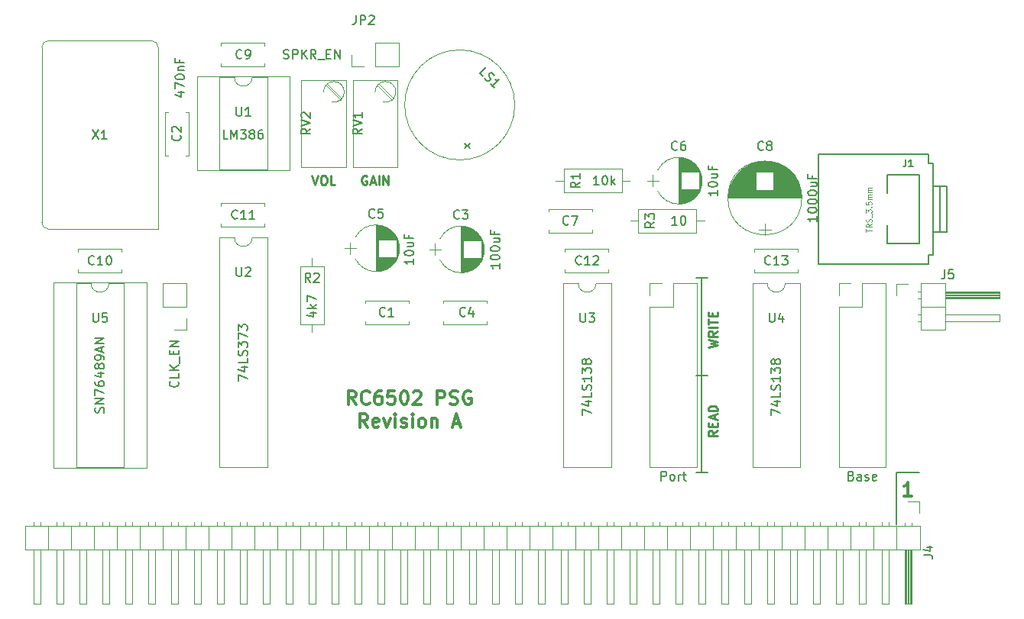
<source format=gto>
G04 #@! TF.FileFunction,Legend,Top*
%FSLAX46Y46*%
G04 Gerber Fmt 4.6, Leading zero omitted, Abs format (unit mm)*
G04 Created by KiCad (PCBNEW 4.0.7) date 02/14/19 14:39:51*
%MOMM*%
%LPD*%
G01*
G04 APERTURE LIST*
%ADD10C,0.100000*%
%ADD11C,0.200000*%
%ADD12C,0.250000*%
%ADD13C,0.300000*%
%ADD14C,0.120000*%
%ADD15C,0.150000*%
G04 APERTURE END LIST*
D10*
D11*
X150495000Y-115570000D02*
X151765000Y-115570000D01*
X151130000Y-115570000D02*
X150495000Y-115570000D01*
X151130000Y-126365000D02*
X151130000Y-115570000D01*
X150495000Y-137160000D02*
X151765000Y-137160000D01*
X151130000Y-137160000D02*
X150495000Y-137160000D01*
X151130000Y-126365000D02*
X151130000Y-137160000D01*
X150495000Y-126365000D02*
X151765000Y-126365000D01*
D12*
X151852381Y-123285000D02*
X152852381Y-123046905D01*
X152138095Y-122856428D01*
X152852381Y-122665952D01*
X151852381Y-122427857D01*
X152852381Y-121475476D02*
X152376190Y-121808810D01*
X152852381Y-122046905D02*
X151852381Y-122046905D01*
X151852381Y-121665952D01*
X151900000Y-121570714D01*
X151947619Y-121523095D01*
X152042857Y-121475476D01*
X152185714Y-121475476D01*
X152280952Y-121523095D01*
X152328571Y-121570714D01*
X152376190Y-121665952D01*
X152376190Y-122046905D01*
X152852381Y-121046905D02*
X151852381Y-121046905D01*
X151852381Y-120713572D02*
X151852381Y-120142143D01*
X152852381Y-120427858D02*
X151852381Y-120427858D01*
X152328571Y-119808810D02*
X152328571Y-119475476D01*
X152852381Y-119332619D02*
X152852381Y-119808810D01*
X151852381Y-119808810D01*
X151852381Y-119332619D01*
X152852381Y-132516428D02*
X152376190Y-132849762D01*
X152852381Y-133087857D02*
X151852381Y-133087857D01*
X151852381Y-132706904D01*
X151900000Y-132611666D01*
X151947619Y-132564047D01*
X152042857Y-132516428D01*
X152185714Y-132516428D01*
X152280952Y-132564047D01*
X152328571Y-132611666D01*
X152376190Y-132706904D01*
X152376190Y-133087857D01*
X152328571Y-132087857D02*
X152328571Y-131754523D01*
X152852381Y-131611666D02*
X152852381Y-132087857D01*
X151852381Y-132087857D01*
X151852381Y-131611666D01*
X152566667Y-131230714D02*
X152566667Y-130754523D01*
X152852381Y-131325952D02*
X151852381Y-130992619D01*
X152852381Y-130659285D01*
X152852381Y-130325952D02*
X151852381Y-130325952D01*
X151852381Y-130087857D01*
X151900000Y-129944999D01*
X151995238Y-129849761D01*
X152090476Y-129802142D01*
X152280952Y-129754523D01*
X152423810Y-129754523D01*
X152614286Y-129802142D01*
X152709524Y-129849761D01*
X152804762Y-129944999D01*
X152852381Y-130087857D01*
X152852381Y-130325952D01*
X114006429Y-104275000D02*
X113911191Y-104227381D01*
X113768334Y-104227381D01*
X113625476Y-104275000D01*
X113530238Y-104370238D01*
X113482619Y-104465476D01*
X113435000Y-104655952D01*
X113435000Y-104798810D01*
X113482619Y-104989286D01*
X113530238Y-105084524D01*
X113625476Y-105179762D01*
X113768334Y-105227381D01*
X113863572Y-105227381D01*
X114006429Y-105179762D01*
X114054048Y-105132143D01*
X114054048Y-104798810D01*
X113863572Y-104798810D01*
X114435000Y-104941667D02*
X114911191Y-104941667D01*
X114339762Y-105227381D02*
X114673095Y-104227381D01*
X115006429Y-105227381D01*
X115339762Y-105227381D02*
X115339762Y-104227381D01*
X115815952Y-105227381D02*
X115815952Y-104227381D01*
X116387381Y-105227381D01*
X116387381Y-104227381D01*
X107958095Y-104227381D02*
X108291428Y-105227381D01*
X108624762Y-104227381D01*
X109148571Y-104227381D02*
X109339048Y-104227381D01*
X109434286Y-104275000D01*
X109529524Y-104370238D01*
X109577143Y-104560714D01*
X109577143Y-104894048D01*
X109529524Y-105084524D01*
X109434286Y-105179762D01*
X109339048Y-105227381D01*
X109148571Y-105227381D01*
X109053333Y-105179762D01*
X108958095Y-105084524D01*
X108910476Y-104894048D01*
X108910476Y-104560714D01*
X108958095Y-104370238D01*
X109053333Y-104275000D01*
X109148571Y-104227381D01*
X110481905Y-105227381D02*
X110005714Y-105227381D01*
X110005714Y-104227381D01*
D13*
X174418572Y-139743571D02*
X173561429Y-139743571D01*
X173990001Y-139743571D02*
X173990001Y-138243571D01*
X173847144Y-138457857D01*
X173704286Y-138600714D01*
X173561429Y-138672143D01*
D11*
X172720000Y-137160000D02*
X175260000Y-137160000D01*
X172720000Y-142875000D02*
X172720000Y-137160000D01*
D13*
X112816430Y-129578571D02*
X112316430Y-128864286D01*
X111959287Y-129578571D02*
X111959287Y-128078571D01*
X112530715Y-128078571D01*
X112673573Y-128150000D01*
X112745001Y-128221429D01*
X112816430Y-128364286D01*
X112816430Y-128578571D01*
X112745001Y-128721429D01*
X112673573Y-128792857D01*
X112530715Y-128864286D01*
X111959287Y-128864286D01*
X114316430Y-129435714D02*
X114245001Y-129507143D01*
X114030715Y-129578571D01*
X113887858Y-129578571D01*
X113673573Y-129507143D01*
X113530715Y-129364286D01*
X113459287Y-129221429D01*
X113387858Y-128935714D01*
X113387858Y-128721429D01*
X113459287Y-128435714D01*
X113530715Y-128292857D01*
X113673573Y-128150000D01*
X113887858Y-128078571D01*
X114030715Y-128078571D01*
X114245001Y-128150000D01*
X114316430Y-128221429D01*
X115602144Y-128078571D02*
X115316430Y-128078571D01*
X115173573Y-128150000D01*
X115102144Y-128221429D01*
X114959287Y-128435714D01*
X114887858Y-128721429D01*
X114887858Y-129292857D01*
X114959287Y-129435714D01*
X115030715Y-129507143D01*
X115173573Y-129578571D01*
X115459287Y-129578571D01*
X115602144Y-129507143D01*
X115673573Y-129435714D01*
X115745001Y-129292857D01*
X115745001Y-128935714D01*
X115673573Y-128792857D01*
X115602144Y-128721429D01*
X115459287Y-128650000D01*
X115173573Y-128650000D01*
X115030715Y-128721429D01*
X114959287Y-128792857D01*
X114887858Y-128935714D01*
X117102144Y-128078571D02*
X116387858Y-128078571D01*
X116316429Y-128792857D01*
X116387858Y-128721429D01*
X116530715Y-128650000D01*
X116887858Y-128650000D01*
X117030715Y-128721429D01*
X117102144Y-128792857D01*
X117173572Y-128935714D01*
X117173572Y-129292857D01*
X117102144Y-129435714D01*
X117030715Y-129507143D01*
X116887858Y-129578571D01*
X116530715Y-129578571D01*
X116387858Y-129507143D01*
X116316429Y-129435714D01*
X118102143Y-128078571D02*
X118245000Y-128078571D01*
X118387857Y-128150000D01*
X118459286Y-128221429D01*
X118530715Y-128364286D01*
X118602143Y-128650000D01*
X118602143Y-129007143D01*
X118530715Y-129292857D01*
X118459286Y-129435714D01*
X118387857Y-129507143D01*
X118245000Y-129578571D01*
X118102143Y-129578571D01*
X117959286Y-129507143D01*
X117887857Y-129435714D01*
X117816429Y-129292857D01*
X117745000Y-129007143D01*
X117745000Y-128650000D01*
X117816429Y-128364286D01*
X117887857Y-128221429D01*
X117959286Y-128150000D01*
X118102143Y-128078571D01*
X119173571Y-128221429D02*
X119245000Y-128150000D01*
X119387857Y-128078571D01*
X119745000Y-128078571D01*
X119887857Y-128150000D01*
X119959286Y-128221429D01*
X120030714Y-128364286D01*
X120030714Y-128507143D01*
X119959286Y-128721429D01*
X119102143Y-129578571D01*
X120030714Y-129578571D01*
X121816428Y-129578571D02*
X121816428Y-128078571D01*
X122387856Y-128078571D01*
X122530714Y-128150000D01*
X122602142Y-128221429D01*
X122673571Y-128364286D01*
X122673571Y-128578571D01*
X122602142Y-128721429D01*
X122530714Y-128792857D01*
X122387856Y-128864286D01*
X121816428Y-128864286D01*
X123244999Y-129507143D02*
X123459285Y-129578571D01*
X123816428Y-129578571D01*
X123959285Y-129507143D01*
X124030714Y-129435714D01*
X124102142Y-129292857D01*
X124102142Y-129150000D01*
X124030714Y-129007143D01*
X123959285Y-128935714D01*
X123816428Y-128864286D01*
X123530714Y-128792857D01*
X123387856Y-128721429D01*
X123316428Y-128650000D01*
X123244999Y-128507143D01*
X123244999Y-128364286D01*
X123316428Y-128221429D01*
X123387856Y-128150000D01*
X123530714Y-128078571D01*
X123887856Y-128078571D01*
X124102142Y-128150000D01*
X125530713Y-128150000D02*
X125387856Y-128078571D01*
X125173570Y-128078571D01*
X124959285Y-128150000D01*
X124816427Y-128292857D01*
X124744999Y-128435714D01*
X124673570Y-128721429D01*
X124673570Y-128935714D01*
X124744999Y-129221429D01*
X124816427Y-129364286D01*
X124959285Y-129507143D01*
X125173570Y-129578571D01*
X125316427Y-129578571D01*
X125530713Y-129507143D01*
X125602142Y-129435714D01*
X125602142Y-128935714D01*
X125316427Y-128935714D01*
X114102143Y-132128571D02*
X113602143Y-131414286D01*
X113245000Y-132128571D02*
X113245000Y-130628571D01*
X113816428Y-130628571D01*
X113959286Y-130700000D01*
X114030714Y-130771429D01*
X114102143Y-130914286D01*
X114102143Y-131128571D01*
X114030714Y-131271429D01*
X113959286Y-131342857D01*
X113816428Y-131414286D01*
X113245000Y-131414286D01*
X115316428Y-132057143D02*
X115173571Y-132128571D01*
X114887857Y-132128571D01*
X114745000Y-132057143D01*
X114673571Y-131914286D01*
X114673571Y-131342857D01*
X114745000Y-131200000D01*
X114887857Y-131128571D01*
X115173571Y-131128571D01*
X115316428Y-131200000D01*
X115387857Y-131342857D01*
X115387857Y-131485714D01*
X114673571Y-131628571D01*
X115887857Y-131128571D02*
X116245000Y-132128571D01*
X116602142Y-131128571D01*
X117173571Y-132128571D02*
X117173571Y-131128571D01*
X117173571Y-130628571D02*
X117102142Y-130700000D01*
X117173571Y-130771429D01*
X117244999Y-130700000D01*
X117173571Y-130628571D01*
X117173571Y-130771429D01*
X117816428Y-132057143D02*
X117959285Y-132128571D01*
X118245000Y-132128571D01*
X118387857Y-132057143D01*
X118459285Y-131914286D01*
X118459285Y-131842857D01*
X118387857Y-131700000D01*
X118245000Y-131628571D01*
X118030714Y-131628571D01*
X117887857Y-131557143D01*
X117816428Y-131414286D01*
X117816428Y-131342857D01*
X117887857Y-131200000D01*
X118030714Y-131128571D01*
X118245000Y-131128571D01*
X118387857Y-131200000D01*
X119102143Y-132128571D02*
X119102143Y-131128571D01*
X119102143Y-130628571D02*
X119030714Y-130700000D01*
X119102143Y-130771429D01*
X119173571Y-130700000D01*
X119102143Y-130628571D01*
X119102143Y-130771429D01*
X120030715Y-132128571D02*
X119887857Y-132057143D01*
X119816429Y-131985714D01*
X119745000Y-131842857D01*
X119745000Y-131414286D01*
X119816429Y-131271429D01*
X119887857Y-131200000D01*
X120030715Y-131128571D01*
X120245000Y-131128571D01*
X120387857Y-131200000D01*
X120459286Y-131271429D01*
X120530715Y-131414286D01*
X120530715Y-131842857D01*
X120459286Y-131985714D01*
X120387857Y-132057143D01*
X120245000Y-132128571D01*
X120030715Y-132128571D01*
X121173572Y-131128571D02*
X121173572Y-132128571D01*
X121173572Y-131271429D02*
X121245000Y-131200000D01*
X121387858Y-131128571D01*
X121602143Y-131128571D01*
X121745000Y-131200000D01*
X121816429Y-131342857D01*
X121816429Y-132128571D01*
X123602143Y-131700000D02*
X124316429Y-131700000D01*
X123459286Y-132128571D02*
X123959286Y-130628571D01*
X124459286Y-132128571D01*
D14*
X113882000Y-118070000D02*
X118702000Y-118070000D01*
X113882000Y-120690000D02*
X118702000Y-120690000D01*
X113882000Y-118070000D02*
X113882000Y-118384000D01*
X113882000Y-120376000D02*
X113882000Y-120690000D01*
X118702000Y-118070000D02*
X118702000Y-118384000D01*
X118702000Y-120376000D02*
X118702000Y-120690000D01*
X91654000Y-102018000D02*
X91654000Y-97198000D01*
X94274000Y-102018000D02*
X94274000Y-97198000D01*
X91654000Y-102018000D02*
X91968000Y-102018000D01*
X93960000Y-102018000D02*
X94274000Y-102018000D01*
X91654000Y-97198000D02*
X91968000Y-97198000D01*
X93960000Y-97198000D02*
X94274000Y-97198000D01*
X122518000Y-118070000D02*
X127338000Y-118070000D01*
X122518000Y-120690000D02*
X127338000Y-120690000D01*
X122518000Y-118070000D02*
X122518000Y-118384000D01*
X122518000Y-120376000D02*
X122518000Y-120690000D01*
X127338000Y-118070000D02*
X127338000Y-118384000D01*
X127338000Y-120376000D02*
X127338000Y-120690000D01*
X138975000Y-110530000D02*
X134155000Y-110530000D01*
X138975000Y-107910000D02*
X134155000Y-107910000D01*
X138975000Y-110530000D02*
X138975000Y-110216000D01*
X138975000Y-108224000D02*
X138975000Y-107910000D01*
X134155000Y-110530000D02*
X134155000Y-110216000D01*
X134155000Y-108224000D02*
X134155000Y-107910000D01*
X162205000Y-106685000D02*
G75*
G03X162205000Y-106685000I-4090000J0D01*
G01*
X154065000Y-106685000D02*
X162165000Y-106685000D01*
X154065000Y-106645000D02*
X162165000Y-106645000D01*
X154065000Y-106605000D02*
X162165000Y-106605000D01*
X154066000Y-106565000D02*
X162164000Y-106565000D01*
X154068000Y-106525000D02*
X162162000Y-106525000D01*
X154069000Y-106485000D02*
X162161000Y-106485000D01*
X154072000Y-106445000D02*
X162158000Y-106445000D01*
X154074000Y-106405000D02*
X162156000Y-106405000D01*
X154077000Y-106365000D02*
X162153000Y-106365000D01*
X154080000Y-106325000D02*
X162150000Y-106325000D01*
X154084000Y-106285000D02*
X162146000Y-106285000D01*
X154088000Y-106245000D02*
X162142000Y-106245000D01*
X154093000Y-106205000D02*
X162137000Y-106205000D01*
X154098000Y-106165000D02*
X162132000Y-106165000D01*
X154103000Y-106125000D02*
X162127000Y-106125000D01*
X154109000Y-106085000D02*
X162121000Y-106085000D01*
X154115000Y-106045000D02*
X162115000Y-106045000D01*
X154121000Y-106005000D02*
X162109000Y-106005000D01*
X154128000Y-105964000D02*
X162102000Y-105964000D01*
X154136000Y-105924000D02*
X162094000Y-105924000D01*
X154144000Y-105884000D02*
X162086000Y-105884000D01*
X154152000Y-105844000D02*
X162078000Y-105844000D01*
X154160000Y-105804000D02*
X162070000Y-105804000D01*
X154169000Y-105764000D02*
X157135000Y-105764000D01*
X159095000Y-105764000D02*
X162061000Y-105764000D01*
X154179000Y-105724000D02*
X157135000Y-105724000D01*
X159095000Y-105724000D02*
X162051000Y-105724000D01*
X154189000Y-105684000D02*
X157135000Y-105684000D01*
X159095000Y-105684000D02*
X162041000Y-105684000D01*
X154199000Y-105644000D02*
X157135000Y-105644000D01*
X159095000Y-105644000D02*
X162031000Y-105644000D01*
X154210000Y-105604000D02*
X157135000Y-105604000D01*
X159095000Y-105604000D02*
X162020000Y-105604000D01*
X154221000Y-105564000D02*
X157135000Y-105564000D01*
X159095000Y-105564000D02*
X162009000Y-105564000D01*
X154232000Y-105524000D02*
X157135000Y-105524000D01*
X159095000Y-105524000D02*
X161998000Y-105524000D01*
X154245000Y-105484000D02*
X157135000Y-105484000D01*
X159095000Y-105484000D02*
X161985000Y-105484000D01*
X154257000Y-105444000D02*
X157135000Y-105444000D01*
X159095000Y-105444000D02*
X161973000Y-105444000D01*
X154270000Y-105404000D02*
X157135000Y-105404000D01*
X159095000Y-105404000D02*
X161960000Y-105404000D01*
X154283000Y-105364000D02*
X157135000Y-105364000D01*
X159095000Y-105364000D02*
X161947000Y-105364000D01*
X154297000Y-105324000D02*
X157135000Y-105324000D01*
X159095000Y-105324000D02*
X161933000Y-105324000D01*
X154312000Y-105284000D02*
X157135000Y-105284000D01*
X159095000Y-105284000D02*
X161918000Y-105284000D01*
X154326000Y-105244000D02*
X157135000Y-105244000D01*
X159095000Y-105244000D02*
X161904000Y-105244000D01*
X154342000Y-105204000D02*
X157135000Y-105204000D01*
X159095000Y-105204000D02*
X161888000Y-105204000D01*
X154357000Y-105164000D02*
X157135000Y-105164000D01*
X159095000Y-105164000D02*
X161873000Y-105164000D01*
X154374000Y-105124000D02*
X157135000Y-105124000D01*
X159095000Y-105124000D02*
X161856000Y-105124000D01*
X154390000Y-105084000D02*
X157135000Y-105084000D01*
X159095000Y-105084000D02*
X161840000Y-105084000D01*
X154408000Y-105044000D02*
X157135000Y-105044000D01*
X159095000Y-105044000D02*
X161822000Y-105044000D01*
X154425000Y-105004000D02*
X157135000Y-105004000D01*
X159095000Y-105004000D02*
X161805000Y-105004000D01*
X154444000Y-104964000D02*
X157135000Y-104964000D01*
X159095000Y-104964000D02*
X161786000Y-104964000D01*
X154463000Y-104924000D02*
X157135000Y-104924000D01*
X159095000Y-104924000D02*
X161767000Y-104924000D01*
X154482000Y-104884000D02*
X157135000Y-104884000D01*
X159095000Y-104884000D02*
X161748000Y-104884000D01*
X154502000Y-104844000D02*
X157135000Y-104844000D01*
X159095000Y-104844000D02*
X161728000Y-104844000D01*
X154522000Y-104804000D02*
X157135000Y-104804000D01*
X159095000Y-104804000D02*
X161708000Y-104804000D01*
X154543000Y-104764000D02*
X157135000Y-104764000D01*
X159095000Y-104764000D02*
X161687000Y-104764000D01*
X154565000Y-104724000D02*
X157135000Y-104724000D01*
X159095000Y-104724000D02*
X161665000Y-104724000D01*
X154587000Y-104684000D02*
X157135000Y-104684000D01*
X159095000Y-104684000D02*
X161643000Y-104684000D01*
X154610000Y-104644000D02*
X157135000Y-104644000D01*
X159095000Y-104644000D02*
X161620000Y-104644000D01*
X154633000Y-104604000D02*
X157135000Y-104604000D01*
X159095000Y-104604000D02*
X161597000Y-104604000D01*
X154657000Y-104564000D02*
X157135000Y-104564000D01*
X159095000Y-104564000D02*
X161573000Y-104564000D01*
X154681000Y-104524000D02*
X157135000Y-104524000D01*
X159095000Y-104524000D02*
X161549000Y-104524000D01*
X154707000Y-104484000D02*
X157135000Y-104484000D01*
X159095000Y-104484000D02*
X161523000Y-104484000D01*
X154732000Y-104444000D02*
X157135000Y-104444000D01*
X159095000Y-104444000D02*
X161498000Y-104444000D01*
X154759000Y-104404000D02*
X157135000Y-104404000D01*
X159095000Y-104404000D02*
X161471000Y-104404000D01*
X154786000Y-104364000D02*
X157135000Y-104364000D01*
X159095000Y-104364000D02*
X161444000Y-104364000D01*
X154814000Y-104324000D02*
X157135000Y-104324000D01*
X159095000Y-104324000D02*
X161416000Y-104324000D01*
X154843000Y-104284000D02*
X157135000Y-104284000D01*
X159095000Y-104284000D02*
X161387000Y-104284000D01*
X154872000Y-104244000D02*
X157135000Y-104244000D01*
X159095000Y-104244000D02*
X161358000Y-104244000D01*
X154902000Y-104204000D02*
X157135000Y-104204000D01*
X159095000Y-104204000D02*
X161328000Y-104204000D01*
X154933000Y-104164000D02*
X157135000Y-104164000D01*
X159095000Y-104164000D02*
X161297000Y-104164000D01*
X154965000Y-104124000D02*
X157135000Y-104124000D01*
X159095000Y-104124000D02*
X161265000Y-104124000D01*
X154997000Y-104084000D02*
X157135000Y-104084000D01*
X159095000Y-104084000D02*
X161233000Y-104084000D01*
X155031000Y-104044000D02*
X157135000Y-104044000D01*
X159095000Y-104044000D02*
X161199000Y-104044000D01*
X155065000Y-104004000D02*
X157135000Y-104004000D01*
X159095000Y-104004000D02*
X161165000Y-104004000D01*
X155100000Y-103964000D02*
X157135000Y-103964000D01*
X159095000Y-103964000D02*
X161130000Y-103964000D01*
X155136000Y-103924000D02*
X157135000Y-103924000D01*
X159095000Y-103924000D02*
X161094000Y-103924000D01*
X155173000Y-103884000D02*
X157135000Y-103884000D01*
X159095000Y-103884000D02*
X161057000Y-103884000D01*
X155211000Y-103844000D02*
X157135000Y-103844000D01*
X159095000Y-103844000D02*
X161019000Y-103844000D01*
X155250000Y-103804000D02*
X160980000Y-103804000D01*
X155291000Y-103764000D02*
X160939000Y-103764000D01*
X155332000Y-103724000D02*
X160898000Y-103724000D01*
X155375000Y-103684000D02*
X160855000Y-103684000D01*
X155418000Y-103644000D02*
X160812000Y-103644000D01*
X155463000Y-103604000D02*
X160767000Y-103604000D01*
X155510000Y-103564000D02*
X160720000Y-103564000D01*
X155558000Y-103524000D02*
X160672000Y-103524000D01*
X155607000Y-103484000D02*
X160623000Y-103484000D01*
X155658000Y-103444000D02*
X160572000Y-103444000D01*
X155711000Y-103404000D02*
X160519000Y-103404000D01*
X155766000Y-103364000D02*
X160464000Y-103364000D01*
X155822000Y-103324000D02*
X160408000Y-103324000D01*
X155881000Y-103284000D02*
X160349000Y-103284000D01*
X155942000Y-103244000D02*
X160288000Y-103244000D01*
X156006000Y-103204000D02*
X160224000Y-103204000D01*
X156072000Y-103164000D02*
X160158000Y-103164000D01*
X156141000Y-103124000D02*
X160089000Y-103124000D01*
X156213000Y-103084000D02*
X160017000Y-103084000D01*
X156289000Y-103044000D02*
X159941000Y-103044000D01*
X156370000Y-103004000D02*
X159860000Y-103004000D01*
X156455000Y-102964000D02*
X159775000Y-102964000D01*
X156545000Y-102924000D02*
X159685000Y-102924000D01*
X156642000Y-102884000D02*
X159588000Y-102884000D01*
X156746000Y-102844000D02*
X159484000Y-102844000D01*
X156861000Y-102804000D02*
X159369000Y-102804000D01*
X156988000Y-102764000D02*
X159242000Y-102764000D01*
X157132000Y-102724000D02*
X159098000Y-102724000D01*
X157301000Y-102684000D02*
X158929000Y-102684000D01*
X157517000Y-102644000D02*
X158713000Y-102644000D01*
X157869000Y-102604000D02*
X158361000Y-102604000D01*
X158115000Y-110785000D02*
X158115000Y-109585000D01*
X157465000Y-110185000D02*
X158765000Y-110185000D01*
X145355000Y-136585000D02*
X150555000Y-136585000D01*
X145355000Y-118745000D02*
X145355000Y-136585000D01*
X150555000Y-116145000D02*
X150555000Y-136585000D01*
X145355000Y-118745000D02*
X147955000Y-118745000D01*
X147955000Y-118745000D02*
X147955000Y-116145000D01*
X147955000Y-116145000D02*
X150555000Y-116145000D01*
X145355000Y-117475000D02*
X145355000Y-116145000D01*
X145355000Y-116145000D02*
X146685000Y-116145000D01*
X166310000Y-136585000D02*
X171510000Y-136585000D01*
X166310000Y-118745000D02*
X166310000Y-136585000D01*
X171510000Y-116145000D02*
X171510000Y-136585000D01*
X166310000Y-118745000D02*
X168910000Y-118745000D01*
X168910000Y-118745000D02*
X168910000Y-116145000D01*
X168910000Y-116145000D02*
X171510000Y-116145000D01*
X166310000Y-117475000D02*
X166310000Y-116145000D01*
X166310000Y-116145000D02*
X167640000Y-116145000D01*
X175320000Y-143045000D02*
X76140000Y-143045000D01*
X76140000Y-143045000D02*
X76140000Y-145705000D01*
X76140000Y-145705000D02*
X175320000Y-145705000D01*
X175320000Y-145705000D02*
X175320000Y-143045000D01*
X174370000Y-145705000D02*
X174370000Y-151705000D01*
X174370000Y-151705000D02*
X173610000Y-151705000D01*
X173610000Y-151705000D02*
X173610000Y-145705000D01*
X174310000Y-145705000D02*
X174310000Y-151705000D01*
X174190000Y-145705000D02*
X174190000Y-151705000D01*
X174070000Y-145705000D02*
X174070000Y-151705000D01*
X173950000Y-145705000D02*
X173950000Y-151705000D01*
X173830000Y-145705000D02*
X173830000Y-151705000D01*
X173710000Y-145705000D02*
X173710000Y-151705000D01*
X174370000Y-142715000D02*
X174370000Y-143045000D01*
X173610000Y-142715000D02*
X173610000Y-143045000D01*
X172720000Y-143045000D02*
X172720000Y-145705000D01*
X171830000Y-145705000D02*
X171830000Y-151705000D01*
X171830000Y-151705000D02*
X171070000Y-151705000D01*
X171070000Y-151705000D02*
X171070000Y-145705000D01*
X171830000Y-142647929D02*
X171830000Y-143045000D01*
X171070000Y-142647929D02*
X171070000Y-143045000D01*
X170180000Y-143045000D02*
X170180000Y-145705000D01*
X169290000Y-145705000D02*
X169290000Y-151705000D01*
X169290000Y-151705000D02*
X168530000Y-151705000D01*
X168530000Y-151705000D02*
X168530000Y-145705000D01*
X169290000Y-142647929D02*
X169290000Y-143045000D01*
X168530000Y-142647929D02*
X168530000Y-143045000D01*
X167640000Y-143045000D02*
X167640000Y-145705000D01*
X166750000Y-145705000D02*
X166750000Y-151705000D01*
X166750000Y-151705000D02*
X165990000Y-151705000D01*
X165990000Y-151705000D02*
X165990000Y-145705000D01*
X166750000Y-142647929D02*
X166750000Y-143045000D01*
X165990000Y-142647929D02*
X165990000Y-143045000D01*
X165100000Y-143045000D02*
X165100000Y-145705000D01*
X164210000Y-145705000D02*
X164210000Y-151705000D01*
X164210000Y-151705000D02*
X163450000Y-151705000D01*
X163450000Y-151705000D02*
X163450000Y-145705000D01*
X164210000Y-142647929D02*
X164210000Y-143045000D01*
X163450000Y-142647929D02*
X163450000Y-143045000D01*
X162560000Y-143045000D02*
X162560000Y-145705000D01*
X161670000Y-145705000D02*
X161670000Y-151705000D01*
X161670000Y-151705000D02*
X160910000Y-151705000D01*
X160910000Y-151705000D02*
X160910000Y-145705000D01*
X161670000Y-142647929D02*
X161670000Y-143045000D01*
X160910000Y-142647929D02*
X160910000Y-143045000D01*
X160020000Y-143045000D02*
X160020000Y-145705000D01*
X159130000Y-145705000D02*
X159130000Y-151705000D01*
X159130000Y-151705000D02*
X158370000Y-151705000D01*
X158370000Y-151705000D02*
X158370000Y-145705000D01*
X159130000Y-142647929D02*
X159130000Y-143045000D01*
X158370000Y-142647929D02*
X158370000Y-143045000D01*
X157480000Y-143045000D02*
X157480000Y-145705000D01*
X156590000Y-145705000D02*
X156590000Y-151705000D01*
X156590000Y-151705000D02*
X155830000Y-151705000D01*
X155830000Y-151705000D02*
X155830000Y-145705000D01*
X156590000Y-142647929D02*
X156590000Y-143045000D01*
X155830000Y-142647929D02*
X155830000Y-143045000D01*
X154940000Y-143045000D02*
X154940000Y-145705000D01*
X154050000Y-145705000D02*
X154050000Y-151705000D01*
X154050000Y-151705000D02*
X153290000Y-151705000D01*
X153290000Y-151705000D02*
X153290000Y-145705000D01*
X154050000Y-142647929D02*
X154050000Y-143045000D01*
X153290000Y-142647929D02*
X153290000Y-143045000D01*
X152400000Y-143045000D02*
X152400000Y-145705000D01*
X151510000Y-145705000D02*
X151510000Y-151705000D01*
X151510000Y-151705000D02*
X150750000Y-151705000D01*
X150750000Y-151705000D02*
X150750000Y-145705000D01*
X151510000Y-142647929D02*
X151510000Y-143045000D01*
X150750000Y-142647929D02*
X150750000Y-143045000D01*
X149860000Y-143045000D02*
X149860000Y-145705000D01*
X148970000Y-145705000D02*
X148970000Y-151705000D01*
X148970000Y-151705000D02*
X148210000Y-151705000D01*
X148210000Y-151705000D02*
X148210000Y-145705000D01*
X148970000Y-142647929D02*
X148970000Y-143045000D01*
X148210000Y-142647929D02*
X148210000Y-143045000D01*
X147320000Y-143045000D02*
X147320000Y-145705000D01*
X146430000Y-145705000D02*
X146430000Y-151705000D01*
X146430000Y-151705000D02*
X145670000Y-151705000D01*
X145670000Y-151705000D02*
X145670000Y-145705000D01*
X146430000Y-142647929D02*
X146430000Y-143045000D01*
X145670000Y-142647929D02*
X145670000Y-143045000D01*
X144780000Y-143045000D02*
X144780000Y-145705000D01*
X143890000Y-145705000D02*
X143890000Y-151705000D01*
X143890000Y-151705000D02*
X143130000Y-151705000D01*
X143130000Y-151705000D02*
X143130000Y-145705000D01*
X143890000Y-142647929D02*
X143890000Y-143045000D01*
X143130000Y-142647929D02*
X143130000Y-143045000D01*
X142240000Y-143045000D02*
X142240000Y-145705000D01*
X141350000Y-145705000D02*
X141350000Y-151705000D01*
X141350000Y-151705000D02*
X140590000Y-151705000D01*
X140590000Y-151705000D02*
X140590000Y-145705000D01*
X141350000Y-142647929D02*
X141350000Y-143045000D01*
X140590000Y-142647929D02*
X140590000Y-143045000D01*
X139700000Y-143045000D02*
X139700000Y-145705000D01*
X138810000Y-145705000D02*
X138810000Y-151705000D01*
X138810000Y-151705000D02*
X138050000Y-151705000D01*
X138050000Y-151705000D02*
X138050000Y-145705000D01*
X138810000Y-142647929D02*
X138810000Y-143045000D01*
X138050000Y-142647929D02*
X138050000Y-143045000D01*
X137160000Y-143045000D02*
X137160000Y-145705000D01*
X136270000Y-145705000D02*
X136270000Y-151705000D01*
X136270000Y-151705000D02*
X135510000Y-151705000D01*
X135510000Y-151705000D02*
X135510000Y-145705000D01*
X136270000Y-142647929D02*
X136270000Y-143045000D01*
X135510000Y-142647929D02*
X135510000Y-143045000D01*
X134620000Y-143045000D02*
X134620000Y-145705000D01*
X133730000Y-145705000D02*
X133730000Y-151705000D01*
X133730000Y-151705000D02*
X132970000Y-151705000D01*
X132970000Y-151705000D02*
X132970000Y-145705000D01*
X133730000Y-142647929D02*
X133730000Y-143045000D01*
X132970000Y-142647929D02*
X132970000Y-143045000D01*
X132080000Y-143045000D02*
X132080000Y-145705000D01*
X131190000Y-145705000D02*
X131190000Y-151705000D01*
X131190000Y-151705000D02*
X130430000Y-151705000D01*
X130430000Y-151705000D02*
X130430000Y-145705000D01*
X131190000Y-142647929D02*
X131190000Y-143045000D01*
X130430000Y-142647929D02*
X130430000Y-143045000D01*
X129540000Y-143045000D02*
X129540000Y-145705000D01*
X128650000Y-145705000D02*
X128650000Y-151705000D01*
X128650000Y-151705000D02*
X127890000Y-151705000D01*
X127890000Y-151705000D02*
X127890000Y-145705000D01*
X128650000Y-142647929D02*
X128650000Y-143045000D01*
X127890000Y-142647929D02*
X127890000Y-143045000D01*
X127000000Y-143045000D02*
X127000000Y-145705000D01*
X126110000Y-145705000D02*
X126110000Y-151705000D01*
X126110000Y-151705000D02*
X125350000Y-151705000D01*
X125350000Y-151705000D02*
X125350000Y-145705000D01*
X126110000Y-142647929D02*
X126110000Y-143045000D01*
X125350000Y-142647929D02*
X125350000Y-143045000D01*
X124460000Y-143045000D02*
X124460000Y-145705000D01*
X123570000Y-145705000D02*
X123570000Y-151705000D01*
X123570000Y-151705000D02*
X122810000Y-151705000D01*
X122810000Y-151705000D02*
X122810000Y-145705000D01*
X123570000Y-142647929D02*
X123570000Y-143045000D01*
X122810000Y-142647929D02*
X122810000Y-143045000D01*
X121920000Y-143045000D02*
X121920000Y-145705000D01*
X121030000Y-145705000D02*
X121030000Y-151705000D01*
X121030000Y-151705000D02*
X120270000Y-151705000D01*
X120270000Y-151705000D02*
X120270000Y-145705000D01*
X121030000Y-142647929D02*
X121030000Y-143045000D01*
X120270000Y-142647929D02*
X120270000Y-143045000D01*
X119380000Y-143045000D02*
X119380000Y-145705000D01*
X118490000Y-145705000D02*
X118490000Y-151705000D01*
X118490000Y-151705000D02*
X117730000Y-151705000D01*
X117730000Y-151705000D02*
X117730000Y-145705000D01*
X118490000Y-142647929D02*
X118490000Y-143045000D01*
X117730000Y-142647929D02*
X117730000Y-143045000D01*
X116840000Y-143045000D02*
X116840000Y-145705000D01*
X115950000Y-145705000D02*
X115950000Y-151705000D01*
X115950000Y-151705000D02*
X115190000Y-151705000D01*
X115190000Y-151705000D02*
X115190000Y-145705000D01*
X115950000Y-142647929D02*
X115950000Y-143045000D01*
X115190000Y-142647929D02*
X115190000Y-143045000D01*
X114300000Y-143045000D02*
X114300000Y-145705000D01*
X113410000Y-145705000D02*
X113410000Y-151705000D01*
X113410000Y-151705000D02*
X112650000Y-151705000D01*
X112650000Y-151705000D02*
X112650000Y-145705000D01*
X113410000Y-142647929D02*
X113410000Y-143045000D01*
X112650000Y-142647929D02*
X112650000Y-143045000D01*
X111760000Y-143045000D02*
X111760000Y-145705000D01*
X110870000Y-145705000D02*
X110870000Y-151705000D01*
X110870000Y-151705000D02*
X110110000Y-151705000D01*
X110110000Y-151705000D02*
X110110000Y-145705000D01*
X110870000Y-142647929D02*
X110870000Y-143045000D01*
X110110000Y-142647929D02*
X110110000Y-143045000D01*
X109220000Y-143045000D02*
X109220000Y-145705000D01*
X108330000Y-145705000D02*
X108330000Y-151705000D01*
X108330000Y-151705000D02*
X107570000Y-151705000D01*
X107570000Y-151705000D02*
X107570000Y-145705000D01*
X108330000Y-142647929D02*
X108330000Y-143045000D01*
X107570000Y-142647929D02*
X107570000Y-143045000D01*
X106680000Y-143045000D02*
X106680000Y-145705000D01*
X105790000Y-145705000D02*
X105790000Y-151705000D01*
X105790000Y-151705000D02*
X105030000Y-151705000D01*
X105030000Y-151705000D02*
X105030000Y-145705000D01*
X105790000Y-142647929D02*
X105790000Y-143045000D01*
X105030000Y-142647929D02*
X105030000Y-143045000D01*
X104140000Y-143045000D02*
X104140000Y-145705000D01*
X103250000Y-145705000D02*
X103250000Y-151705000D01*
X103250000Y-151705000D02*
X102490000Y-151705000D01*
X102490000Y-151705000D02*
X102490000Y-145705000D01*
X103250000Y-142647929D02*
X103250000Y-143045000D01*
X102490000Y-142647929D02*
X102490000Y-143045000D01*
X101600000Y-143045000D02*
X101600000Y-145705000D01*
X100710000Y-145705000D02*
X100710000Y-151705000D01*
X100710000Y-151705000D02*
X99950000Y-151705000D01*
X99950000Y-151705000D02*
X99950000Y-145705000D01*
X100710000Y-142647929D02*
X100710000Y-143045000D01*
X99950000Y-142647929D02*
X99950000Y-143045000D01*
X99060000Y-143045000D02*
X99060000Y-145705000D01*
X98170000Y-145705000D02*
X98170000Y-151705000D01*
X98170000Y-151705000D02*
X97410000Y-151705000D01*
X97410000Y-151705000D02*
X97410000Y-145705000D01*
X98170000Y-142647929D02*
X98170000Y-143045000D01*
X97410000Y-142647929D02*
X97410000Y-143045000D01*
X96520000Y-143045000D02*
X96520000Y-145705000D01*
X95630000Y-145705000D02*
X95630000Y-151705000D01*
X95630000Y-151705000D02*
X94870000Y-151705000D01*
X94870000Y-151705000D02*
X94870000Y-145705000D01*
X95630000Y-142647929D02*
X95630000Y-143045000D01*
X94870000Y-142647929D02*
X94870000Y-143045000D01*
X93980000Y-143045000D02*
X93980000Y-145705000D01*
X93090000Y-145705000D02*
X93090000Y-151705000D01*
X93090000Y-151705000D02*
X92330000Y-151705000D01*
X92330000Y-151705000D02*
X92330000Y-145705000D01*
X93090000Y-142647929D02*
X93090000Y-143045000D01*
X92330000Y-142647929D02*
X92330000Y-143045000D01*
X91440000Y-143045000D02*
X91440000Y-145705000D01*
X90550000Y-145705000D02*
X90550000Y-151705000D01*
X90550000Y-151705000D02*
X89790000Y-151705000D01*
X89790000Y-151705000D02*
X89790000Y-145705000D01*
X90550000Y-142647929D02*
X90550000Y-143045000D01*
X89790000Y-142647929D02*
X89790000Y-143045000D01*
X88900000Y-143045000D02*
X88900000Y-145705000D01*
X88010000Y-145705000D02*
X88010000Y-151705000D01*
X88010000Y-151705000D02*
X87250000Y-151705000D01*
X87250000Y-151705000D02*
X87250000Y-145705000D01*
X88010000Y-142647929D02*
X88010000Y-143045000D01*
X87250000Y-142647929D02*
X87250000Y-143045000D01*
X86360000Y-143045000D02*
X86360000Y-145705000D01*
X85470000Y-145705000D02*
X85470000Y-151705000D01*
X85470000Y-151705000D02*
X84710000Y-151705000D01*
X84710000Y-151705000D02*
X84710000Y-145705000D01*
X85470000Y-142647929D02*
X85470000Y-143045000D01*
X84710000Y-142647929D02*
X84710000Y-143045000D01*
X83820000Y-143045000D02*
X83820000Y-145705000D01*
X82930000Y-145705000D02*
X82930000Y-151705000D01*
X82930000Y-151705000D02*
X82170000Y-151705000D01*
X82170000Y-151705000D02*
X82170000Y-145705000D01*
X82930000Y-142647929D02*
X82930000Y-143045000D01*
X82170000Y-142647929D02*
X82170000Y-143045000D01*
X81280000Y-143045000D02*
X81280000Y-145705000D01*
X80390000Y-145705000D02*
X80390000Y-151705000D01*
X80390000Y-151705000D02*
X79630000Y-151705000D01*
X79630000Y-151705000D02*
X79630000Y-145705000D01*
X80390000Y-142647929D02*
X80390000Y-143045000D01*
X79630000Y-142647929D02*
X79630000Y-143045000D01*
X78740000Y-143045000D02*
X78740000Y-145705000D01*
X77850000Y-145705000D02*
X77850000Y-151705000D01*
X77850000Y-151705000D02*
X77090000Y-151705000D01*
X77090000Y-151705000D02*
X77090000Y-145705000D01*
X77850000Y-142647929D02*
X77850000Y-143045000D01*
X77090000Y-142647929D02*
X77090000Y-143045000D01*
X173990000Y-140335000D02*
X175260000Y-140335000D01*
X175260000Y-140335000D02*
X175260000Y-141605000D01*
X117535000Y-92135000D02*
X117535000Y-89475000D01*
X114935000Y-92135000D02*
X117535000Y-92135000D01*
X114935000Y-89475000D02*
X117535000Y-89475000D01*
X114935000Y-92135000D02*
X114935000Y-89475000D01*
X113665000Y-92135000D02*
X112335000Y-92135000D01*
X112335000Y-92135000D02*
X112335000Y-90805000D01*
X130412993Y-96372994D02*
G75*
G03X130412993Y-96372994I-6099999J0D01*
G01*
X135855000Y-103465000D02*
X135855000Y-106085000D01*
X135855000Y-106085000D02*
X142275000Y-106085000D01*
X142275000Y-106085000D02*
X142275000Y-103465000D01*
X142275000Y-103465000D02*
X135855000Y-103465000D01*
X134965000Y-104775000D02*
X135855000Y-104775000D01*
X143165000Y-104775000D02*
X142275000Y-104775000D01*
X109260000Y-114265000D02*
X106640000Y-114265000D01*
X106640000Y-114265000D02*
X106640000Y-120685000D01*
X106640000Y-120685000D02*
X109260000Y-120685000D01*
X109260000Y-120685000D02*
X109260000Y-114265000D01*
X107950000Y-113375000D02*
X107950000Y-114265000D01*
X107950000Y-121575000D02*
X107950000Y-120685000D01*
X144110000Y-107910000D02*
X144110000Y-110530000D01*
X144110000Y-110530000D02*
X150530000Y-110530000D01*
X150530000Y-110530000D02*
X150530000Y-107910000D01*
X150530000Y-107910000D02*
X144110000Y-107910000D01*
X143220000Y-109220000D02*
X144110000Y-109220000D01*
X151420000Y-109220000D02*
X150530000Y-109220000D01*
X114930704Y-94970309D02*
G75*
G02X117240000Y-94930000I1154296J40309D01*
G01*
X117239052Y-94909879D02*
G75*
G02X115845000Y-96059000I-1154052J-20121D01*
G01*
X112465000Y-103250000D02*
X112465000Y-93600000D01*
X117416000Y-103250000D02*
X117416000Y-93600000D01*
X112465000Y-103250000D02*
X117416000Y-103250000D01*
X112465000Y-93600000D02*
X117416000Y-93600000D01*
X115351000Y-94054000D02*
X116961000Y-95665000D01*
X115210000Y-94194000D02*
X116820000Y-95806000D01*
X109215704Y-94970309D02*
G75*
G02X111525000Y-94930000I1154296J40309D01*
G01*
X111524052Y-94909879D02*
G75*
G02X110130000Y-96059000I-1154052J-20121D01*
G01*
X106750000Y-103250000D02*
X106750000Y-93600000D01*
X111701000Y-103250000D02*
X111701000Y-93600000D01*
X106750000Y-103250000D02*
X111701000Y-103250000D01*
X106750000Y-93600000D02*
X111701000Y-93600000D01*
X109636000Y-94054000D02*
X111246000Y-95665000D01*
X109495000Y-94194000D02*
X111105000Y-95806000D01*
X101330000Y-93285000D02*
G75*
G02X99330000Y-93285000I-1000000J0D01*
G01*
X99330000Y-93285000D02*
X97680000Y-93285000D01*
X97680000Y-93285000D02*
X97680000Y-103565000D01*
X97680000Y-103565000D02*
X102980000Y-103565000D01*
X102980000Y-103565000D02*
X102980000Y-93285000D01*
X102980000Y-93285000D02*
X101330000Y-93285000D01*
X95190000Y-93225000D02*
X95190000Y-103625000D01*
X95190000Y-103625000D02*
X105470000Y-103625000D01*
X105470000Y-103625000D02*
X105470000Y-93225000D01*
X105470000Y-93225000D02*
X95190000Y-93225000D01*
X101330000Y-111065000D02*
G75*
G02X99330000Y-111065000I-1000000J0D01*
G01*
X99330000Y-111065000D02*
X97680000Y-111065000D01*
X97680000Y-111065000D02*
X97680000Y-136585000D01*
X97680000Y-136585000D02*
X102980000Y-136585000D01*
X102980000Y-136585000D02*
X102980000Y-111065000D01*
X102980000Y-111065000D02*
X101330000Y-111065000D01*
X139430000Y-116145000D02*
G75*
G02X137430000Y-116145000I-1000000J0D01*
G01*
X137430000Y-116145000D02*
X135780000Y-116145000D01*
X135780000Y-116145000D02*
X135780000Y-136585000D01*
X135780000Y-136585000D02*
X141080000Y-136585000D01*
X141080000Y-136585000D02*
X141080000Y-116145000D01*
X141080000Y-116145000D02*
X139430000Y-116145000D01*
X160385000Y-116145000D02*
G75*
G02X158385000Y-116145000I-1000000J0D01*
G01*
X158385000Y-116145000D02*
X156735000Y-116145000D01*
X156735000Y-116145000D02*
X156735000Y-136585000D01*
X156735000Y-136585000D02*
X162035000Y-136585000D01*
X162035000Y-136585000D02*
X162035000Y-116145000D01*
X162035000Y-116145000D02*
X160385000Y-116145000D01*
X85455000Y-116145000D02*
G75*
G02X83455000Y-116145000I-1000000J0D01*
G01*
X83455000Y-116145000D02*
X81805000Y-116145000D01*
X81805000Y-116145000D02*
X81805000Y-136585000D01*
X81805000Y-136585000D02*
X87105000Y-136585000D01*
X87105000Y-136585000D02*
X87105000Y-116145000D01*
X87105000Y-116145000D02*
X85455000Y-116145000D01*
X79315000Y-116085000D02*
X79315000Y-136645000D01*
X79315000Y-136645000D02*
X89595000Y-136645000D01*
X89595000Y-136645000D02*
X89595000Y-116085000D01*
X89595000Y-116085000D02*
X79315000Y-116085000D01*
X78755000Y-110145000D02*
X90905000Y-110145000D01*
X78005000Y-89995000D02*
X78005000Y-109395000D01*
X90155000Y-89245000D02*
X78755000Y-89245000D01*
X90905000Y-110145000D02*
X90905000Y-89995000D01*
X90905000Y-89995000D02*
G75*
G03X90155000Y-89245000I-750000J0D01*
G01*
X78755000Y-89245000D02*
G75*
G03X78005000Y-89995000I0J-750000D01*
G01*
X78005000Y-109395000D02*
G75*
G03X78755000Y-110145000I750000J0D01*
G01*
D15*
X171704000Y-106172000D02*
X171704000Y-104140000D01*
X171704000Y-104140000D02*
X175260000Y-104140000D01*
X175260000Y-104140000D02*
X175260000Y-111760000D01*
X175260000Y-111760000D02*
X171704000Y-111760000D01*
X171704000Y-111760000D02*
X171704000Y-109728000D01*
X176276000Y-102870000D02*
X176276000Y-101854000D01*
X176276000Y-114046000D02*
X176276000Y-113030000D01*
X178308000Y-105410000D02*
X176784000Y-105410000D01*
X176784000Y-110490000D02*
X178308000Y-110490000D01*
X177546000Y-105410000D02*
X177546000Y-110490000D01*
X176276000Y-102870000D02*
X176530000Y-102870000D01*
X176530000Y-102870000D02*
X176784000Y-102870000D01*
X176784000Y-102870000D02*
X176784000Y-113030000D01*
X176784000Y-113030000D02*
X176276000Y-113030000D01*
X178308000Y-105410000D02*
X178308000Y-110490000D01*
X164084000Y-101854000D02*
X176276000Y-101854000D01*
X176276000Y-114046000D02*
X164084000Y-114046000D01*
X164084000Y-114046000D02*
X164084000Y-101854000D01*
D14*
X97880000Y-89495000D02*
X102700000Y-89495000D01*
X97880000Y-92115000D02*
X102700000Y-92115000D01*
X97880000Y-89495000D02*
X97880000Y-89809000D01*
X97880000Y-91801000D02*
X97880000Y-92115000D01*
X102700000Y-89495000D02*
X102700000Y-89809000D01*
X102700000Y-91801000D02*
X102700000Y-92115000D01*
X82005000Y-112355000D02*
X86825000Y-112355000D01*
X82005000Y-114975000D02*
X86825000Y-114975000D01*
X82005000Y-112355000D02*
X82005000Y-112669000D01*
X82005000Y-114661000D02*
X82005000Y-114975000D01*
X86825000Y-112355000D02*
X86825000Y-112669000D01*
X86825000Y-114661000D02*
X86825000Y-114975000D01*
X97880000Y-107275000D02*
X102700000Y-107275000D01*
X97880000Y-109895000D02*
X102700000Y-109895000D01*
X97880000Y-107275000D02*
X97880000Y-107589000D01*
X97880000Y-109581000D02*
X97880000Y-109895000D01*
X102700000Y-107275000D02*
X102700000Y-107589000D01*
X102700000Y-109581000D02*
X102700000Y-109895000D01*
X135980000Y-112355000D02*
X140800000Y-112355000D01*
X135980000Y-114975000D02*
X140800000Y-114975000D01*
X135980000Y-112355000D02*
X135980000Y-112669000D01*
X135980000Y-114661000D02*
X135980000Y-114975000D01*
X140800000Y-112355000D02*
X140800000Y-112669000D01*
X140800000Y-114661000D02*
X140800000Y-114975000D01*
X156935000Y-112355000D02*
X161755000Y-112355000D01*
X156935000Y-114975000D02*
X161755000Y-114975000D01*
X156935000Y-112355000D02*
X156935000Y-112669000D01*
X156935000Y-114661000D02*
X156935000Y-114975000D01*
X161755000Y-112355000D02*
X161755000Y-112669000D01*
X161755000Y-114661000D02*
X161755000Y-114975000D01*
X94040000Y-116145000D02*
X91380000Y-116145000D01*
X94040000Y-118745000D02*
X94040000Y-116145000D01*
X91380000Y-118745000D02*
X91380000Y-116145000D01*
X94040000Y-118745000D02*
X91380000Y-118745000D01*
X94040000Y-120015000D02*
X94040000Y-121345000D01*
X94040000Y-121345000D02*
X92710000Y-121345000D01*
X175430000Y-116145000D02*
X175430000Y-121345000D01*
X175430000Y-121345000D02*
X178090000Y-121345000D01*
X178090000Y-121345000D02*
X178090000Y-116145000D01*
X178090000Y-116145000D02*
X175430000Y-116145000D01*
X178090000Y-117095000D02*
X184090000Y-117095000D01*
X184090000Y-117095000D02*
X184090000Y-117855000D01*
X184090000Y-117855000D02*
X178090000Y-117855000D01*
X178090000Y-117155000D02*
X184090000Y-117155000D01*
X178090000Y-117275000D02*
X184090000Y-117275000D01*
X178090000Y-117395000D02*
X184090000Y-117395000D01*
X178090000Y-117515000D02*
X184090000Y-117515000D01*
X178090000Y-117635000D02*
X184090000Y-117635000D01*
X178090000Y-117755000D02*
X184090000Y-117755000D01*
X175100000Y-117095000D02*
X175430000Y-117095000D01*
X175100000Y-117855000D02*
X175430000Y-117855000D01*
X175430000Y-118745000D02*
X178090000Y-118745000D01*
X178090000Y-119635000D02*
X184090000Y-119635000D01*
X184090000Y-119635000D02*
X184090000Y-120395000D01*
X184090000Y-120395000D02*
X178090000Y-120395000D01*
X175032929Y-119635000D02*
X175430000Y-119635000D01*
X175032929Y-120395000D02*
X175430000Y-120395000D01*
X172720000Y-117475000D02*
X172720000Y-116205000D01*
X172720000Y-116205000D02*
X173990000Y-116205000D01*
X117347722Y-111088277D02*
G75*
G03X112736420Y-111088000I-2305722J-1179723D01*
G01*
X117347722Y-113447723D02*
G75*
G02X112736420Y-113448000I-2305722J1179723D01*
G01*
X117347722Y-113447723D02*
G75*
G03X117347580Y-111088000I-2305722J1179723D01*
G01*
X115042000Y-109718000D02*
X115042000Y-114818000D01*
X115082000Y-109718000D02*
X115082000Y-114818000D01*
X115122000Y-109719000D02*
X115122000Y-114817000D01*
X115162000Y-109720000D02*
X115162000Y-114816000D01*
X115202000Y-109722000D02*
X115202000Y-114814000D01*
X115242000Y-109725000D02*
X115242000Y-114811000D01*
X115282000Y-109729000D02*
X115282000Y-114807000D01*
X115322000Y-109733000D02*
X115322000Y-111288000D01*
X115322000Y-113248000D02*
X115322000Y-114803000D01*
X115362000Y-109737000D02*
X115362000Y-111288000D01*
X115362000Y-113248000D02*
X115362000Y-114799000D01*
X115402000Y-109743000D02*
X115402000Y-111288000D01*
X115402000Y-113248000D02*
X115402000Y-114793000D01*
X115442000Y-109749000D02*
X115442000Y-111288000D01*
X115442000Y-113248000D02*
X115442000Y-114787000D01*
X115482000Y-109755000D02*
X115482000Y-111288000D01*
X115482000Y-113248000D02*
X115482000Y-114781000D01*
X115522000Y-109762000D02*
X115522000Y-111288000D01*
X115522000Y-113248000D02*
X115522000Y-114774000D01*
X115562000Y-109770000D02*
X115562000Y-111288000D01*
X115562000Y-113248000D02*
X115562000Y-114766000D01*
X115602000Y-109779000D02*
X115602000Y-111288000D01*
X115602000Y-113248000D02*
X115602000Y-114757000D01*
X115642000Y-109788000D02*
X115642000Y-111288000D01*
X115642000Y-113248000D02*
X115642000Y-114748000D01*
X115682000Y-109798000D02*
X115682000Y-111288000D01*
X115682000Y-113248000D02*
X115682000Y-114738000D01*
X115722000Y-109808000D02*
X115722000Y-111288000D01*
X115722000Y-113248000D02*
X115722000Y-114728000D01*
X115763000Y-109820000D02*
X115763000Y-111288000D01*
X115763000Y-113248000D02*
X115763000Y-114716000D01*
X115803000Y-109832000D02*
X115803000Y-111288000D01*
X115803000Y-113248000D02*
X115803000Y-114704000D01*
X115843000Y-109844000D02*
X115843000Y-111288000D01*
X115843000Y-113248000D02*
X115843000Y-114692000D01*
X115883000Y-109858000D02*
X115883000Y-111288000D01*
X115883000Y-113248000D02*
X115883000Y-114678000D01*
X115923000Y-109872000D02*
X115923000Y-111288000D01*
X115923000Y-113248000D02*
X115923000Y-114664000D01*
X115963000Y-109886000D02*
X115963000Y-111288000D01*
X115963000Y-113248000D02*
X115963000Y-114650000D01*
X116003000Y-109902000D02*
X116003000Y-111288000D01*
X116003000Y-113248000D02*
X116003000Y-114634000D01*
X116043000Y-109918000D02*
X116043000Y-111288000D01*
X116043000Y-113248000D02*
X116043000Y-114618000D01*
X116083000Y-109935000D02*
X116083000Y-111288000D01*
X116083000Y-113248000D02*
X116083000Y-114601000D01*
X116123000Y-109953000D02*
X116123000Y-111288000D01*
X116123000Y-113248000D02*
X116123000Y-114583000D01*
X116163000Y-109972000D02*
X116163000Y-111288000D01*
X116163000Y-113248000D02*
X116163000Y-114564000D01*
X116203000Y-109992000D02*
X116203000Y-111288000D01*
X116203000Y-113248000D02*
X116203000Y-114544000D01*
X116243000Y-110012000D02*
X116243000Y-111288000D01*
X116243000Y-113248000D02*
X116243000Y-114524000D01*
X116283000Y-110034000D02*
X116283000Y-111288000D01*
X116283000Y-113248000D02*
X116283000Y-114502000D01*
X116323000Y-110056000D02*
X116323000Y-111288000D01*
X116323000Y-113248000D02*
X116323000Y-114480000D01*
X116363000Y-110079000D02*
X116363000Y-111288000D01*
X116363000Y-113248000D02*
X116363000Y-114457000D01*
X116403000Y-110103000D02*
X116403000Y-111288000D01*
X116403000Y-113248000D02*
X116403000Y-114433000D01*
X116443000Y-110128000D02*
X116443000Y-111288000D01*
X116443000Y-113248000D02*
X116443000Y-114408000D01*
X116483000Y-110155000D02*
X116483000Y-111288000D01*
X116483000Y-113248000D02*
X116483000Y-114381000D01*
X116523000Y-110182000D02*
X116523000Y-111288000D01*
X116523000Y-113248000D02*
X116523000Y-114354000D01*
X116563000Y-110210000D02*
X116563000Y-111288000D01*
X116563000Y-113248000D02*
X116563000Y-114326000D01*
X116603000Y-110240000D02*
X116603000Y-111288000D01*
X116603000Y-113248000D02*
X116603000Y-114296000D01*
X116643000Y-110271000D02*
X116643000Y-111288000D01*
X116643000Y-113248000D02*
X116643000Y-114265000D01*
X116683000Y-110303000D02*
X116683000Y-111288000D01*
X116683000Y-113248000D02*
X116683000Y-114233000D01*
X116723000Y-110336000D02*
X116723000Y-111288000D01*
X116723000Y-113248000D02*
X116723000Y-114200000D01*
X116763000Y-110371000D02*
X116763000Y-111288000D01*
X116763000Y-113248000D02*
X116763000Y-114165000D01*
X116803000Y-110407000D02*
X116803000Y-111288000D01*
X116803000Y-113248000D02*
X116803000Y-114129000D01*
X116843000Y-110445000D02*
X116843000Y-111288000D01*
X116843000Y-113248000D02*
X116843000Y-114091000D01*
X116883000Y-110485000D02*
X116883000Y-111288000D01*
X116883000Y-113248000D02*
X116883000Y-114051000D01*
X116923000Y-110526000D02*
X116923000Y-111288000D01*
X116923000Y-113248000D02*
X116923000Y-114010000D01*
X116963000Y-110569000D02*
X116963000Y-111288000D01*
X116963000Y-113248000D02*
X116963000Y-113967000D01*
X117003000Y-110614000D02*
X117003000Y-111288000D01*
X117003000Y-113248000D02*
X117003000Y-113922000D01*
X117043000Y-110662000D02*
X117043000Y-111288000D01*
X117043000Y-113248000D02*
X117043000Y-113874000D01*
X117083000Y-110712000D02*
X117083000Y-111288000D01*
X117083000Y-113248000D02*
X117083000Y-113824000D01*
X117123000Y-110764000D02*
X117123000Y-111288000D01*
X117123000Y-113248000D02*
X117123000Y-113772000D01*
X117163000Y-110820000D02*
X117163000Y-111288000D01*
X117163000Y-113248000D02*
X117163000Y-113716000D01*
X117203000Y-110878000D02*
X117203000Y-111288000D01*
X117203000Y-113248000D02*
X117203000Y-113658000D01*
X117243000Y-110941000D02*
X117243000Y-111288000D01*
X117243000Y-113248000D02*
X117243000Y-113595000D01*
X117283000Y-111007000D02*
X117283000Y-113529000D01*
X117323000Y-111079000D02*
X117323000Y-113457000D01*
X117363000Y-111156000D02*
X117363000Y-113380000D01*
X117403000Y-111240000D02*
X117403000Y-113296000D01*
X117443000Y-111334000D02*
X117443000Y-113202000D01*
X117483000Y-111439000D02*
X117483000Y-113097000D01*
X117523000Y-111561000D02*
X117523000Y-112975000D01*
X117563000Y-111709000D02*
X117563000Y-112827000D01*
X117603000Y-111914000D02*
X117603000Y-112622000D01*
X111592000Y-112268000D02*
X112792000Y-112268000D01*
X112192000Y-111618000D02*
X112192000Y-112918000D01*
X150875722Y-103595277D02*
G75*
G03X146264420Y-103595000I-2305722J-1179723D01*
G01*
X150875722Y-105954723D02*
G75*
G02X146264420Y-105955000I-2305722J1179723D01*
G01*
X150875722Y-105954723D02*
G75*
G03X150875580Y-103595000I-2305722J1179723D01*
G01*
X148570000Y-102225000D02*
X148570000Y-107325000D01*
X148610000Y-102225000D02*
X148610000Y-107325000D01*
X148650000Y-102226000D02*
X148650000Y-107324000D01*
X148690000Y-102227000D02*
X148690000Y-107323000D01*
X148730000Y-102229000D02*
X148730000Y-107321000D01*
X148770000Y-102232000D02*
X148770000Y-107318000D01*
X148810000Y-102236000D02*
X148810000Y-107314000D01*
X148850000Y-102240000D02*
X148850000Y-103795000D01*
X148850000Y-105755000D02*
X148850000Y-107310000D01*
X148890000Y-102244000D02*
X148890000Y-103795000D01*
X148890000Y-105755000D02*
X148890000Y-107306000D01*
X148930000Y-102250000D02*
X148930000Y-103795000D01*
X148930000Y-105755000D02*
X148930000Y-107300000D01*
X148970000Y-102256000D02*
X148970000Y-103795000D01*
X148970000Y-105755000D02*
X148970000Y-107294000D01*
X149010000Y-102262000D02*
X149010000Y-103795000D01*
X149010000Y-105755000D02*
X149010000Y-107288000D01*
X149050000Y-102269000D02*
X149050000Y-103795000D01*
X149050000Y-105755000D02*
X149050000Y-107281000D01*
X149090000Y-102277000D02*
X149090000Y-103795000D01*
X149090000Y-105755000D02*
X149090000Y-107273000D01*
X149130000Y-102286000D02*
X149130000Y-103795000D01*
X149130000Y-105755000D02*
X149130000Y-107264000D01*
X149170000Y-102295000D02*
X149170000Y-103795000D01*
X149170000Y-105755000D02*
X149170000Y-107255000D01*
X149210000Y-102305000D02*
X149210000Y-103795000D01*
X149210000Y-105755000D02*
X149210000Y-107245000D01*
X149250000Y-102315000D02*
X149250000Y-103795000D01*
X149250000Y-105755000D02*
X149250000Y-107235000D01*
X149291000Y-102327000D02*
X149291000Y-103795000D01*
X149291000Y-105755000D02*
X149291000Y-107223000D01*
X149331000Y-102339000D02*
X149331000Y-103795000D01*
X149331000Y-105755000D02*
X149331000Y-107211000D01*
X149371000Y-102351000D02*
X149371000Y-103795000D01*
X149371000Y-105755000D02*
X149371000Y-107199000D01*
X149411000Y-102365000D02*
X149411000Y-103795000D01*
X149411000Y-105755000D02*
X149411000Y-107185000D01*
X149451000Y-102379000D02*
X149451000Y-103795000D01*
X149451000Y-105755000D02*
X149451000Y-107171000D01*
X149491000Y-102393000D02*
X149491000Y-103795000D01*
X149491000Y-105755000D02*
X149491000Y-107157000D01*
X149531000Y-102409000D02*
X149531000Y-103795000D01*
X149531000Y-105755000D02*
X149531000Y-107141000D01*
X149571000Y-102425000D02*
X149571000Y-103795000D01*
X149571000Y-105755000D02*
X149571000Y-107125000D01*
X149611000Y-102442000D02*
X149611000Y-103795000D01*
X149611000Y-105755000D02*
X149611000Y-107108000D01*
X149651000Y-102460000D02*
X149651000Y-103795000D01*
X149651000Y-105755000D02*
X149651000Y-107090000D01*
X149691000Y-102479000D02*
X149691000Y-103795000D01*
X149691000Y-105755000D02*
X149691000Y-107071000D01*
X149731000Y-102499000D02*
X149731000Y-103795000D01*
X149731000Y-105755000D02*
X149731000Y-107051000D01*
X149771000Y-102519000D02*
X149771000Y-103795000D01*
X149771000Y-105755000D02*
X149771000Y-107031000D01*
X149811000Y-102541000D02*
X149811000Y-103795000D01*
X149811000Y-105755000D02*
X149811000Y-107009000D01*
X149851000Y-102563000D02*
X149851000Y-103795000D01*
X149851000Y-105755000D02*
X149851000Y-106987000D01*
X149891000Y-102586000D02*
X149891000Y-103795000D01*
X149891000Y-105755000D02*
X149891000Y-106964000D01*
X149931000Y-102610000D02*
X149931000Y-103795000D01*
X149931000Y-105755000D02*
X149931000Y-106940000D01*
X149971000Y-102635000D02*
X149971000Y-103795000D01*
X149971000Y-105755000D02*
X149971000Y-106915000D01*
X150011000Y-102662000D02*
X150011000Y-103795000D01*
X150011000Y-105755000D02*
X150011000Y-106888000D01*
X150051000Y-102689000D02*
X150051000Y-103795000D01*
X150051000Y-105755000D02*
X150051000Y-106861000D01*
X150091000Y-102717000D02*
X150091000Y-103795000D01*
X150091000Y-105755000D02*
X150091000Y-106833000D01*
X150131000Y-102747000D02*
X150131000Y-103795000D01*
X150131000Y-105755000D02*
X150131000Y-106803000D01*
X150171000Y-102778000D02*
X150171000Y-103795000D01*
X150171000Y-105755000D02*
X150171000Y-106772000D01*
X150211000Y-102810000D02*
X150211000Y-103795000D01*
X150211000Y-105755000D02*
X150211000Y-106740000D01*
X150251000Y-102843000D02*
X150251000Y-103795000D01*
X150251000Y-105755000D02*
X150251000Y-106707000D01*
X150291000Y-102878000D02*
X150291000Y-103795000D01*
X150291000Y-105755000D02*
X150291000Y-106672000D01*
X150331000Y-102914000D02*
X150331000Y-103795000D01*
X150331000Y-105755000D02*
X150331000Y-106636000D01*
X150371000Y-102952000D02*
X150371000Y-103795000D01*
X150371000Y-105755000D02*
X150371000Y-106598000D01*
X150411000Y-102992000D02*
X150411000Y-103795000D01*
X150411000Y-105755000D02*
X150411000Y-106558000D01*
X150451000Y-103033000D02*
X150451000Y-103795000D01*
X150451000Y-105755000D02*
X150451000Y-106517000D01*
X150491000Y-103076000D02*
X150491000Y-103795000D01*
X150491000Y-105755000D02*
X150491000Y-106474000D01*
X150531000Y-103121000D02*
X150531000Y-103795000D01*
X150531000Y-105755000D02*
X150531000Y-106429000D01*
X150571000Y-103169000D02*
X150571000Y-103795000D01*
X150571000Y-105755000D02*
X150571000Y-106381000D01*
X150611000Y-103219000D02*
X150611000Y-103795000D01*
X150611000Y-105755000D02*
X150611000Y-106331000D01*
X150651000Y-103271000D02*
X150651000Y-103795000D01*
X150651000Y-105755000D02*
X150651000Y-106279000D01*
X150691000Y-103327000D02*
X150691000Y-103795000D01*
X150691000Y-105755000D02*
X150691000Y-106223000D01*
X150731000Y-103385000D02*
X150731000Y-103795000D01*
X150731000Y-105755000D02*
X150731000Y-106165000D01*
X150771000Y-103448000D02*
X150771000Y-103795000D01*
X150771000Y-105755000D02*
X150771000Y-106102000D01*
X150811000Y-103514000D02*
X150811000Y-106036000D01*
X150851000Y-103586000D02*
X150851000Y-105964000D01*
X150891000Y-103663000D02*
X150891000Y-105887000D01*
X150931000Y-103747000D02*
X150931000Y-105803000D01*
X150971000Y-103841000D02*
X150971000Y-105709000D01*
X151011000Y-103946000D02*
X151011000Y-105604000D01*
X151051000Y-104068000D02*
X151051000Y-105482000D01*
X151091000Y-104216000D02*
X151091000Y-105334000D01*
X151131000Y-104421000D02*
X151131000Y-105129000D01*
X145120000Y-104775000D02*
X146320000Y-104775000D01*
X145720000Y-104125000D02*
X145720000Y-105425000D01*
X126745722Y-111215277D02*
G75*
G03X122134420Y-111215000I-2305722J-1179723D01*
G01*
X126745722Y-113574723D02*
G75*
G02X122134420Y-113575000I-2305722J1179723D01*
G01*
X126745722Y-113574723D02*
G75*
G03X126745580Y-111215000I-2305722J1179723D01*
G01*
X124440000Y-109845000D02*
X124440000Y-114945000D01*
X124480000Y-109845000D02*
X124480000Y-114945000D01*
X124520000Y-109846000D02*
X124520000Y-114944000D01*
X124560000Y-109847000D02*
X124560000Y-114943000D01*
X124600000Y-109849000D02*
X124600000Y-114941000D01*
X124640000Y-109852000D02*
X124640000Y-114938000D01*
X124680000Y-109856000D02*
X124680000Y-114934000D01*
X124720000Y-109860000D02*
X124720000Y-111415000D01*
X124720000Y-113375000D02*
X124720000Y-114930000D01*
X124760000Y-109864000D02*
X124760000Y-111415000D01*
X124760000Y-113375000D02*
X124760000Y-114926000D01*
X124800000Y-109870000D02*
X124800000Y-111415000D01*
X124800000Y-113375000D02*
X124800000Y-114920000D01*
X124840000Y-109876000D02*
X124840000Y-111415000D01*
X124840000Y-113375000D02*
X124840000Y-114914000D01*
X124880000Y-109882000D02*
X124880000Y-111415000D01*
X124880000Y-113375000D02*
X124880000Y-114908000D01*
X124920000Y-109889000D02*
X124920000Y-111415000D01*
X124920000Y-113375000D02*
X124920000Y-114901000D01*
X124960000Y-109897000D02*
X124960000Y-111415000D01*
X124960000Y-113375000D02*
X124960000Y-114893000D01*
X125000000Y-109906000D02*
X125000000Y-111415000D01*
X125000000Y-113375000D02*
X125000000Y-114884000D01*
X125040000Y-109915000D02*
X125040000Y-111415000D01*
X125040000Y-113375000D02*
X125040000Y-114875000D01*
X125080000Y-109925000D02*
X125080000Y-111415000D01*
X125080000Y-113375000D02*
X125080000Y-114865000D01*
X125120000Y-109935000D02*
X125120000Y-111415000D01*
X125120000Y-113375000D02*
X125120000Y-114855000D01*
X125161000Y-109947000D02*
X125161000Y-111415000D01*
X125161000Y-113375000D02*
X125161000Y-114843000D01*
X125201000Y-109959000D02*
X125201000Y-111415000D01*
X125201000Y-113375000D02*
X125201000Y-114831000D01*
X125241000Y-109971000D02*
X125241000Y-111415000D01*
X125241000Y-113375000D02*
X125241000Y-114819000D01*
X125281000Y-109985000D02*
X125281000Y-111415000D01*
X125281000Y-113375000D02*
X125281000Y-114805000D01*
X125321000Y-109999000D02*
X125321000Y-111415000D01*
X125321000Y-113375000D02*
X125321000Y-114791000D01*
X125361000Y-110013000D02*
X125361000Y-111415000D01*
X125361000Y-113375000D02*
X125361000Y-114777000D01*
X125401000Y-110029000D02*
X125401000Y-111415000D01*
X125401000Y-113375000D02*
X125401000Y-114761000D01*
X125441000Y-110045000D02*
X125441000Y-111415000D01*
X125441000Y-113375000D02*
X125441000Y-114745000D01*
X125481000Y-110062000D02*
X125481000Y-111415000D01*
X125481000Y-113375000D02*
X125481000Y-114728000D01*
X125521000Y-110080000D02*
X125521000Y-111415000D01*
X125521000Y-113375000D02*
X125521000Y-114710000D01*
X125561000Y-110099000D02*
X125561000Y-111415000D01*
X125561000Y-113375000D02*
X125561000Y-114691000D01*
X125601000Y-110119000D02*
X125601000Y-111415000D01*
X125601000Y-113375000D02*
X125601000Y-114671000D01*
X125641000Y-110139000D02*
X125641000Y-111415000D01*
X125641000Y-113375000D02*
X125641000Y-114651000D01*
X125681000Y-110161000D02*
X125681000Y-111415000D01*
X125681000Y-113375000D02*
X125681000Y-114629000D01*
X125721000Y-110183000D02*
X125721000Y-111415000D01*
X125721000Y-113375000D02*
X125721000Y-114607000D01*
X125761000Y-110206000D02*
X125761000Y-111415000D01*
X125761000Y-113375000D02*
X125761000Y-114584000D01*
X125801000Y-110230000D02*
X125801000Y-111415000D01*
X125801000Y-113375000D02*
X125801000Y-114560000D01*
X125841000Y-110255000D02*
X125841000Y-111415000D01*
X125841000Y-113375000D02*
X125841000Y-114535000D01*
X125881000Y-110282000D02*
X125881000Y-111415000D01*
X125881000Y-113375000D02*
X125881000Y-114508000D01*
X125921000Y-110309000D02*
X125921000Y-111415000D01*
X125921000Y-113375000D02*
X125921000Y-114481000D01*
X125961000Y-110337000D02*
X125961000Y-111415000D01*
X125961000Y-113375000D02*
X125961000Y-114453000D01*
X126001000Y-110367000D02*
X126001000Y-111415000D01*
X126001000Y-113375000D02*
X126001000Y-114423000D01*
X126041000Y-110398000D02*
X126041000Y-111415000D01*
X126041000Y-113375000D02*
X126041000Y-114392000D01*
X126081000Y-110430000D02*
X126081000Y-111415000D01*
X126081000Y-113375000D02*
X126081000Y-114360000D01*
X126121000Y-110463000D02*
X126121000Y-111415000D01*
X126121000Y-113375000D02*
X126121000Y-114327000D01*
X126161000Y-110498000D02*
X126161000Y-111415000D01*
X126161000Y-113375000D02*
X126161000Y-114292000D01*
X126201000Y-110534000D02*
X126201000Y-111415000D01*
X126201000Y-113375000D02*
X126201000Y-114256000D01*
X126241000Y-110572000D02*
X126241000Y-111415000D01*
X126241000Y-113375000D02*
X126241000Y-114218000D01*
X126281000Y-110612000D02*
X126281000Y-111415000D01*
X126281000Y-113375000D02*
X126281000Y-114178000D01*
X126321000Y-110653000D02*
X126321000Y-111415000D01*
X126321000Y-113375000D02*
X126321000Y-114137000D01*
X126361000Y-110696000D02*
X126361000Y-111415000D01*
X126361000Y-113375000D02*
X126361000Y-114094000D01*
X126401000Y-110741000D02*
X126401000Y-111415000D01*
X126401000Y-113375000D02*
X126401000Y-114049000D01*
X126441000Y-110789000D02*
X126441000Y-111415000D01*
X126441000Y-113375000D02*
X126441000Y-114001000D01*
X126481000Y-110839000D02*
X126481000Y-111415000D01*
X126481000Y-113375000D02*
X126481000Y-113951000D01*
X126521000Y-110891000D02*
X126521000Y-111415000D01*
X126521000Y-113375000D02*
X126521000Y-113899000D01*
X126561000Y-110947000D02*
X126561000Y-111415000D01*
X126561000Y-113375000D02*
X126561000Y-113843000D01*
X126601000Y-111005000D02*
X126601000Y-111415000D01*
X126601000Y-113375000D02*
X126601000Y-113785000D01*
X126641000Y-111068000D02*
X126641000Y-111415000D01*
X126641000Y-113375000D02*
X126641000Y-113722000D01*
X126681000Y-111134000D02*
X126681000Y-113656000D01*
X126721000Y-111206000D02*
X126721000Y-113584000D01*
X126761000Y-111283000D02*
X126761000Y-113507000D01*
X126801000Y-111367000D02*
X126801000Y-113423000D01*
X126841000Y-111461000D02*
X126841000Y-113329000D01*
X126881000Y-111566000D02*
X126881000Y-113224000D01*
X126921000Y-111688000D02*
X126921000Y-113102000D01*
X126961000Y-111836000D02*
X126961000Y-112954000D01*
X127001000Y-112041000D02*
X127001000Y-112749000D01*
X120990000Y-112395000D02*
X122190000Y-112395000D01*
X121590000Y-111745000D02*
X121590000Y-113045000D01*
D15*
X116038334Y-119737143D02*
X115990715Y-119784762D01*
X115847858Y-119832381D01*
X115752620Y-119832381D01*
X115609762Y-119784762D01*
X115514524Y-119689524D01*
X115466905Y-119594286D01*
X115419286Y-119403810D01*
X115419286Y-119260952D01*
X115466905Y-119070476D01*
X115514524Y-118975238D01*
X115609762Y-118880000D01*
X115752620Y-118832381D01*
X115847858Y-118832381D01*
X115990715Y-118880000D01*
X116038334Y-118927619D01*
X116990715Y-119832381D02*
X116419286Y-119832381D01*
X116705000Y-119832381D02*
X116705000Y-118832381D01*
X116609762Y-118975238D01*
X116514524Y-119070476D01*
X116419286Y-119118095D01*
X93321143Y-99734666D02*
X93368762Y-99782285D01*
X93416381Y-99925142D01*
X93416381Y-100020380D01*
X93368762Y-100163238D01*
X93273524Y-100258476D01*
X93178286Y-100306095D01*
X92987810Y-100353714D01*
X92844952Y-100353714D01*
X92654476Y-100306095D01*
X92559238Y-100258476D01*
X92464000Y-100163238D01*
X92416381Y-100020380D01*
X92416381Y-99925142D01*
X92464000Y-99782285D01*
X92511619Y-99734666D01*
X92511619Y-99353714D02*
X92464000Y-99306095D01*
X92416381Y-99210857D01*
X92416381Y-98972761D01*
X92464000Y-98877523D01*
X92511619Y-98829904D01*
X92606857Y-98782285D01*
X92702095Y-98782285D01*
X92844952Y-98829904D01*
X93416381Y-99401333D01*
X93416381Y-98782285D01*
X93130714Y-94987857D02*
X93797381Y-94987857D01*
X92749762Y-95225953D02*
X93464048Y-95464048D01*
X93464048Y-94845000D01*
X92797381Y-94559286D02*
X92797381Y-93892619D01*
X93797381Y-94321191D01*
X92797381Y-93321191D02*
X92797381Y-93225952D01*
X92845000Y-93130714D01*
X92892619Y-93083095D01*
X92987857Y-93035476D01*
X93178333Y-92987857D01*
X93416429Y-92987857D01*
X93606905Y-93035476D01*
X93702143Y-93083095D01*
X93749762Y-93130714D01*
X93797381Y-93225952D01*
X93797381Y-93321191D01*
X93749762Y-93416429D01*
X93702143Y-93464048D01*
X93606905Y-93511667D01*
X93416429Y-93559286D01*
X93178333Y-93559286D01*
X92987857Y-93511667D01*
X92892619Y-93464048D01*
X92845000Y-93416429D01*
X92797381Y-93321191D01*
X93130714Y-92559286D02*
X93797381Y-92559286D01*
X93225952Y-92559286D02*
X93178333Y-92511667D01*
X93130714Y-92416429D01*
X93130714Y-92273571D01*
X93178333Y-92178333D01*
X93273571Y-92130714D01*
X93797381Y-92130714D01*
X93273571Y-91321190D02*
X93273571Y-91654524D01*
X93797381Y-91654524D02*
X92797381Y-91654524D01*
X92797381Y-91178333D01*
X124928334Y-119737143D02*
X124880715Y-119784762D01*
X124737858Y-119832381D01*
X124642620Y-119832381D01*
X124499762Y-119784762D01*
X124404524Y-119689524D01*
X124356905Y-119594286D01*
X124309286Y-119403810D01*
X124309286Y-119260952D01*
X124356905Y-119070476D01*
X124404524Y-118975238D01*
X124499762Y-118880000D01*
X124642620Y-118832381D01*
X124737858Y-118832381D01*
X124880715Y-118880000D01*
X124928334Y-118927619D01*
X125785477Y-119165714D02*
X125785477Y-119832381D01*
X125547381Y-118784762D02*
X125309286Y-119499048D01*
X125928334Y-119499048D01*
X136358334Y-109577143D02*
X136310715Y-109624762D01*
X136167858Y-109672381D01*
X136072620Y-109672381D01*
X135929762Y-109624762D01*
X135834524Y-109529524D01*
X135786905Y-109434286D01*
X135739286Y-109243810D01*
X135739286Y-109100952D01*
X135786905Y-108910476D01*
X135834524Y-108815238D01*
X135929762Y-108720000D01*
X136072620Y-108672381D01*
X136167858Y-108672381D01*
X136310715Y-108720000D01*
X136358334Y-108767619D01*
X136691667Y-108672381D02*
X137358334Y-108672381D01*
X136929762Y-109672381D01*
X157948334Y-101322143D02*
X157900715Y-101369762D01*
X157757858Y-101417381D01*
X157662620Y-101417381D01*
X157519762Y-101369762D01*
X157424524Y-101274524D01*
X157376905Y-101179286D01*
X157329286Y-100988810D01*
X157329286Y-100845952D01*
X157376905Y-100655476D01*
X157424524Y-100560238D01*
X157519762Y-100465000D01*
X157662620Y-100417381D01*
X157757858Y-100417381D01*
X157900715Y-100465000D01*
X157948334Y-100512619D01*
X158519762Y-100845952D02*
X158424524Y-100798333D01*
X158376905Y-100750714D01*
X158329286Y-100655476D01*
X158329286Y-100607857D01*
X158376905Y-100512619D01*
X158424524Y-100465000D01*
X158519762Y-100417381D01*
X158710239Y-100417381D01*
X158805477Y-100465000D01*
X158853096Y-100512619D01*
X158900715Y-100607857D01*
X158900715Y-100655476D01*
X158853096Y-100750714D01*
X158805477Y-100798333D01*
X158710239Y-100845952D01*
X158519762Y-100845952D01*
X158424524Y-100893571D01*
X158376905Y-100941190D01*
X158329286Y-101036429D01*
X158329286Y-101226905D01*
X158376905Y-101322143D01*
X158424524Y-101369762D01*
X158519762Y-101417381D01*
X158710239Y-101417381D01*
X158805477Y-101369762D01*
X158853096Y-101322143D01*
X158900715Y-101226905D01*
X158900715Y-101036429D01*
X158853096Y-100941190D01*
X158805477Y-100893571D01*
X158710239Y-100845952D01*
X163877381Y-108708809D02*
X163877381Y-109280238D01*
X163877381Y-108994524D02*
X162877381Y-108994524D01*
X163020238Y-109089762D01*
X163115476Y-109185000D01*
X163163095Y-109280238D01*
X162877381Y-108089762D02*
X162877381Y-107994523D01*
X162925000Y-107899285D01*
X162972619Y-107851666D01*
X163067857Y-107804047D01*
X163258333Y-107756428D01*
X163496429Y-107756428D01*
X163686905Y-107804047D01*
X163782143Y-107851666D01*
X163829762Y-107899285D01*
X163877381Y-107994523D01*
X163877381Y-108089762D01*
X163829762Y-108185000D01*
X163782143Y-108232619D01*
X163686905Y-108280238D01*
X163496429Y-108327857D01*
X163258333Y-108327857D01*
X163067857Y-108280238D01*
X162972619Y-108232619D01*
X162925000Y-108185000D01*
X162877381Y-108089762D01*
X162877381Y-107137381D02*
X162877381Y-107042142D01*
X162925000Y-106946904D01*
X162972619Y-106899285D01*
X163067857Y-106851666D01*
X163258333Y-106804047D01*
X163496429Y-106804047D01*
X163686905Y-106851666D01*
X163782143Y-106899285D01*
X163829762Y-106946904D01*
X163877381Y-107042142D01*
X163877381Y-107137381D01*
X163829762Y-107232619D01*
X163782143Y-107280238D01*
X163686905Y-107327857D01*
X163496429Y-107375476D01*
X163258333Y-107375476D01*
X163067857Y-107327857D01*
X162972619Y-107280238D01*
X162925000Y-107232619D01*
X162877381Y-107137381D01*
X162877381Y-106185000D02*
X162877381Y-106089761D01*
X162925000Y-105994523D01*
X162972619Y-105946904D01*
X163067857Y-105899285D01*
X163258333Y-105851666D01*
X163496429Y-105851666D01*
X163686905Y-105899285D01*
X163782143Y-105946904D01*
X163829762Y-105994523D01*
X163877381Y-106089761D01*
X163877381Y-106185000D01*
X163829762Y-106280238D01*
X163782143Y-106327857D01*
X163686905Y-106375476D01*
X163496429Y-106423095D01*
X163258333Y-106423095D01*
X163067857Y-106375476D01*
X162972619Y-106327857D01*
X162925000Y-106280238D01*
X162877381Y-106185000D01*
X163210714Y-104994523D02*
X163877381Y-104994523D01*
X163210714Y-105423095D02*
X163734524Y-105423095D01*
X163829762Y-105375476D01*
X163877381Y-105280238D01*
X163877381Y-105137380D01*
X163829762Y-105042142D01*
X163782143Y-104994523D01*
X163353571Y-104184999D02*
X163353571Y-104518333D01*
X163877381Y-104518333D02*
X162877381Y-104518333D01*
X162877381Y-104042142D01*
X146645476Y-138037381D02*
X146645476Y-137037381D01*
X147026429Y-137037381D01*
X147121667Y-137085000D01*
X147169286Y-137132619D01*
X147216905Y-137227857D01*
X147216905Y-137370714D01*
X147169286Y-137465952D01*
X147121667Y-137513571D01*
X147026429Y-137561190D01*
X146645476Y-137561190D01*
X147788333Y-138037381D02*
X147693095Y-137989762D01*
X147645476Y-137942143D01*
X147597857Y-137846905D01*
X147597857Y-137561190D01*
X147645476Y-137465952D01*
X147693095Y-137418333D01*
X147788333Y-137370714D01*
X147931191Y-137370714D01*
X148026429Y-137418333D01*
X148074048Y-137465952D01*
X148121667Y-137561190D01*
X148121667Y-137846905D01*
X148074048Y-137942143D01*
X148026429Y-137989762D01*
X147931191Y-138037381D01*
X147788333Y-138037381D01*
X148550238Y-138037381D02*
X148550238Y-137370714D01*
X148550238Y-137561190D02*
X148597857Y-137465952D01*
X148645476Y-137418333D01*
X148740714Y-137370714D01*
X148835953Y-137370714D01*
X149026429Y-137370714D02*
X149407381Y-137370714D01*
X149169286Y-137037381D02*
X149169286Y-137894524D01*
X149216905Y-137989762D01*
X149312143Y-138037381D01*
X149407381Y-138037381D01*
X167695715Y-137513571D02*
X167838572Y-137561190D01*
X167886191Y-137608810D01*
X167933810Y-137704048D01*
X167933810Y-137846905D01*
X167886191Y-137942143D01*
X167838572Y-137989762D01*
X167743334Y-138037381D01*
X167362381Y-138037381D01*
X167362381Y-137037381D01*
X167695715Y-137037381D01*
X167790953Y-137085000D01*
X167838572Y-137132619D01*
X167886191Y-137227857D01*
X167886191Y-137323095D01*
X167838572Y-137418333D01*
X167790953Y-137465952D01*
X167695715Y-137513571D01*
X167362381Y-137513571D01*
X168790953Y-138037381D02*
X168790953Y-137513571D01*
X168743334Y-137418333D01*
X168648096Y-137370714D01*
X168457619Y-137370714D01*
X168362381Y-137418333D01*
X168790953Y-137989762D02*
X168695715Y-138037381D01*
X168457619Y-138037381D01*
X168362381Y-137989762D01*
X168314762Y-137894524D01*
X168314762Y-137799286D01*
X168362381Y-137704048D01*
X168457619Y-137656429D01*
X168695715Y-137656429D01*
X168790953Y-137608810D01*
X169219524Y-137989762D02*
X169314762Y-138037381D01*
X169505238Y-138037381D01*
X169600477Y-137989762D01*
X169648096Y-137894524D01*
X169648096Y-137846905D01*
X169600477Y-137751667D01*
X169505238Y-137704048D01*
X169362381Y-137704048D01*
X169267143Y-137656429D01*
X169219524Y-137561190D01*
X169219524Y-137513571D01*
X169267143Y-137418333D01*
X169362381Y-137370714D01*
X169505238Y-137370714D01*
X169600477Y-137418333D01*
X170457620Y-137989762D02*
X170362382Y-138037381D01*
X170171905Y-138037381D01*
X170076667Y-137989762D01*
X170029048Y-137894524D01*
X170029048Y-137513571D01*
X170076667Y-137418333D01*
X170171905Y-137370714D01*
X170362382Y-137370714D01*
X170457620Y-137418333D01*
X170505239Y-137513571D01*
X170505239Y-137608810D01*
X170029048Y-137704048D01*
X175712381Y-146323333D02*
X176426667Y-146323333D01*
X176569524Y-146370953D01*
X176664762Y-146466191D01*
X176712381Y-146609048D01*
X176712381Y-146704286D01*
X176045714Y-145418571D02*
X176712381Y-145418571D01*
X175664762Y-145656667D02*
X176379048Y-145894762D01*
X176379048Y-145275714D01*
X112831667Y-86447381D02*
X112831667Y-87161667D01*
X112784047Y-87304524D01*
X112688809Y-87399762D01*
X112545952Y-87447381D01*
X112450714Y-87447381D01*
X113307857Y-87447381D02*
X113307857Y-86447381D01*
X113688810Y-86447381D01*
X113784048Y-86495000D01*
X113831667Y-86542619D01*
X113879286Y-86637857D01*
X113879286Y-86780714D01*
X113831667Y-86875952D01*
X113784048Y-86923571D01*
X113688810Y-86971190D01*
X113307857Y-86971190D01*
X114260238Y-86542619D02*
X114307857Y-86495000D01*
X114403095Y-86447381D01*
X114641191Y-86447381D01*
X114736429Y-86495000D01*
X114784048Y-86542619D01*
X114831667Y-86637857D01*
X114831667Y-86733095D01*
X114784048Y-86875952D01*
X114212619Y-87447381D01*
X114831667Y-87447381D01*
X104807143Y-91209762D02*
X104950000Y-91257381D01*
X105188096Y-91257381D01*
X105283334Y-91209762D01*
X105330953Y-91162143D01*
X105378572Y-91066905D01*
X105378572Y-90971667D01*
X105330953Y-90876429D01*
X105283334Y-90828810D01*
X105188096Y-90781190D01*
X104997619Y-90733571D01*
X104902381Y-90685952D01*
X104854762Y-90638333D01*
X104807143Y-90543095D01*
X104807143Y-90447857D01*
X104854762Y-90352619D01*
X104902381Y-90305000D01*
X104997619Y-90257381D01*
X105235715Y-90257381D01*
X105378572Y-90305000D01*
X105807143Y-91257381D02*
X105807143Y-90257381D01*
X106188096Y-90257381D01*
X106283334Y-90305000D01*
X106330953Y-90352619D01*
X106378572Y-90447857D01*
X106378572Y-90590714D01*
X106330953Y-90685952D01*
X106283334Y-90733571D01*
X106188096Y-90781190D01*
X105807143Y-90781190D01*
X106807143Y-91257381D02*
X106807143Y-90257381D01*
X107378572Y-91257381D02*
X106950000Y-90685952D01*
X107378572Y-90257381D02*
X106807143Y-90828810D01*
X108378572Y-91257381D02*
X108045238Y-90781190D01*
X107807143Y-91257381D02*
X107807143Y-90257381D01*
X108188096Y-90257381D01*
X108283334Y-90305000D01*
X108330953Y-90352619D01*
X108378572Y-90447857D01*
X108378572Y-90590714D01*
X108330953Y-90685952D01*
X108283334Y-90733571D01*
X108188096Y-90781190D01*
X107807143Y-90781190D01*
X108569048Y-91352619D02*
X109330953Y-91352619D01*
X109569048Y-90733571D02*
X109902382Y-90733571D01*
X110045239Y-91257381D02*
X109569048Y-91257381D01*
X109569048Y-90257381D01*
X110045239Y-90257381D01*
X110473810Y-91257381D02*
X110473810Y-90257381D01*
X111045239Y-91257381D01*
X111045239Y-90257381D01*
X126860550Y-93210313D02*
X126523832Y-92873595D01*
X127230939Y-92166488D01*
X127096252Y-93378672D02*
X127163595Y-93513359D01*
X127331955Y-93681718D01*
X127432970Y-93715390D01*
X127500313Y-93715390D01*
X127601328Y-93681718D01*
X127668672Y-93614374D01*
X127702343Y-93513359D01*
X127702343Y-93446016D01*
X127668672Y-93345000D01*
X127567657Y-93176641D01*
X127533985Y-93075626D01*
X127533985Y-93008282D01*
X127567657Y-92907267D01*
X127635000Y-92839924D01*
X127736015Y-92806252D01*
X127803359Y-92806252D01*
X127904374Y-92839924D01*
X128072733Y-93008283D01*
X128140076Y-93142970D01*
X128140076Y-94489840D02*
X127736015Y-94085778D01*
X127938045Y-94287809D02*
X128645152Y-93580702D01*
X128476794Y-93614374D01*
X128342107Y-93614374D01*
X128241092Y-93580702D01*
X124891138Y-100644256D02*
X125429887Y-101183004D01*
X124891139Y-101183004D02*
X125429887Y-100644256D01*
X137612381Y-104941666D02*
X137136190Y-105275000D01*
X137612381Y-105513095D02*
X136612381Y-105513095D01*
X136612381Y-105132142D01*
X136660000Y-105036904D01*
X136707619Y-104989285D01*
X136802857Y-104941666D01*
X136945714Y-104941666D01*
X137040952Y-104989285D01*
X137088571Y-105036904D01*
X137136190Y-105132142D01*
X137136190Y-105513095D01*
X137612381Y-103989285D02*
X137612381Y-104560714D01*
X137612381Y-104275000D02*
X136612381Y-104275000D01*
X136755238Y-104370238D01*
X136850476Y-104465476D01*
X136898095Y-104560714D01*
X139739762Y-105227381D02*
X139168333Y-105227381D01*
X139454047Y-105227381D02*
X139454047Y-104227381D01*
X139358809Y-104370238D01*
X139263571Y-104465476D01*
X139168333Y-104513095D01*
X140358809Y-104227381D02*
X140454048Y-104227381D01*
X140549286Y-104275000D01*
X140596905Y-104322619D01*
X140644524Y-104417857D01*
X140692143Y-104608333D01*
X140692143Y-104846429D01*
X140644524Y-105036905D01*
X140596905Y-105132143D01*
X140549286Y-105179762D01*
X140454048Y-105227381D01*
X140358809Y-105227381D01*
X140263571Y-105179762D01*
X140215952Y-105132143D01*
X140168333Y-105036905D01*
X140120714Y-104846429D01*
X140120714Y-104608333D01*
X140168333Y-104417857D01*
X140215952Y-104322619D01*
X140263571Y-104275000D01*
X140358809Y-104227381D01*
X141120714Y-105227381D02*
X141120714Y-104227381D01*
X141215952Y-104846429D02*
X141501667Y-105227381D01*
X141501667Y-104560714D02*
X141120714Y-104941667D01*
X107783334Y-116022381D02*
X107450000Y-115546190D01*
X107211905Y-116022381D02*
X107211905Y-115022381D01*
X107592858Y-115022381D01*
X107688096Y-115070000D01*
X107735715Y-115117619D01*
X107783334Y-115212857D01*
X107783334Y-115355714D01*
X107735715Y-115450952D01*
X107688096Y-115498571D01*
X107592858Y-115546190D01*
X107211905Y-115546190D01*
X108164286Y-115117619D02*
X108211905Y-115070000D01*
X108307143Y-115022381D01*
X108545239Y-115022381D01*
X108640477Y-115070000D01*
X108688096Y-115117619D01*
X108735715Y-115212857D01*
X108735715Y-115308095D01*
X108688096Y-115450952D01*
X108116667Y-116022381D01*
X108735715Y-116022381D01*
X107735714Y-119435476D02*
X108402381Y-119435476D01*
X107354762Y-119673572D02*
X108069048Y-119911667D01*
X108069048Y-119292619D01*
X108402381Y-118911667D02*
X107402381Y-118911667D01*
X108021429Y-118816429D02*
X108402381Y-118530714D01*
X107735714Y-118530714D02*
X108116667Y-118911667D01*
X107402381Y-118197381D02*
X107402381Y-117530714D01*
X108402381Y-117959286D01*
X145867381Y-109386666D02*
X145391190Y-109720000D01*
X145867381Y-109958095D02*
X144867381Y-109958095D01*
X144867381Y-109577142D01*
X144915000Y-109481904D01*
X144962619Y-109434285D01*
X145057857Y-109386666D01*
X145200714Y-109386666D01*
X145295952Y-109434285D01*
X145343571Y-109481904D01*
X145391190Y-109577142D01*
X145391190Y-109958095D01*
X144867381Y-109053333D02*
X144867381Y-108434285D01*
X145248333Y-108767619D01*
X145248333Y-108624761D01*
X145295952Y-108529523D01*
X145343571Y-108481904D01*
X145438810Y-108434285D01*
X145676905Y-108434285D01*
X145772143Y-108481904D01*
X145819762Y-108529523D01*
X145867381Y-108624761D01*
X145867381Y-108910476D01*
X145819762Y-109005714D01*
X145772143Y-109053333D01*
X148399524Y-109672381D02*
X147828095Y-109672381D01*
X148113809Y-109672381D02*
X148113809Y-108672381D01*
X148018571Y-108815238D01*
X147923333Y-108910476D01*
X147828095Y-108958095D01*
X149018571Y-108672381D02*
X149113810Y-108672381D01*
X149209048Y-108720000D01*
X149256667Y-108767619D01*
X149304286Y-108862857D01*
X149351905Y-109053333D01*
X149351905Y-109291429D01*
X149304286Y-109481905D01*
X149256667Y-109577143D01*
X149209048Y-109624762D01*
X149113810Y-109672381D01*
X149018571Y-109672381D01*
X148923333Y-109624762D01*
X148875714Y-109577143D01*
X148828095Y-109481905D01*
X148780476Y-109291429D01*
X148780476Y-109053333D01*
X148828095Y-108862857D01*
X148875714Y-108767619D01*
X148923333Y-108720000D01*
X149018571Y-108672381D01*
X113482381Y-99020238D02*
X113006190Y-99353572D01*
X113482381Y-99591667D02*
X112482381Y-99591667D01*
X112482381Y-99210714D01*
X112530000Y-99115476D01*
X112577619Y-99067857D01*
X112672857Y-99020238D01*
X112815714Y-99020238D01*
X112910952Y-99067857D01*
X112958571Y-99115476D01*
X113006190Y-99210714D01*
X113006190Y-99591667D01*
X112482381Y-98734524D02*
X113482381Y-98401191D01*
X112482381Y-98067857D01*
X113482381Y-97210714D02*
X113482381Y-97782143D01*
X113482381Y-97496429D02*
X112482381Y-97496429D01*
X112625238Y-97591667D01*
X112720476Y-97686905D01*
X112768095Y-97782143D01*
X107767381Y-99020238D02*
X107291190Y-99353572D01*
X107767381Y-99591667D02*
X106767381Y-99591667D01*
X106767381Y-99210714D01*
X106815000Y-99115476D01*
X106862619Y-99067857D01*
X106957857Y-99020238D01*
X107100714Y-99020238D01*
X107195952Y-99067857D01*
X107243571Y-99115476D01*
X107291190Y-99210714D01*
X107291190Y-99591667D01*
X106767381Y-98734524D02*
X107767381Y-98401191D01*
X106767381Y-98067857D01*
X106862619Y-97782143D02*
X106815000Y-97734524D01*
X106767381Y-97639286D01*
X106767381Y-97401190D01*
X106815000Y-97305952D01*
X106862619Y-97258333D01*
X106957857Y-97210714D01*
X107053095Y-97210714D01*
X107195952Y-97258333D01*
X107767381Y-97829762D01*
X107767381Y-97210714D01*
X99568095Y-96607381D02*
X99568095Y-97416905D01*
X99615714Y-97512143D01*
X99663333Y-97559762D01*
X99758571Y-97607381D01*
X99949048Y-97607381D01*
X100044286Y-97559762D01*
X100091905Y-97512143D01*
X100139524Y-97416905D01*
X100139524Y-96607381D01*
X101139524Y-97607381D02*
X100568095Y-97607381D01*
X100853809Y-97607381D02*
X100853809Y-96607381D01*
X100758571Y-96750238D01*
X100663333Y-96845476D01*
X100568095Y-96893095D01*
X98639524Y-100147381D02*
X98163333Y-100147381D01*
X98163333Y-99147381D01*
X98972857Y-100147381D02*
X98972857Y-99147381D01*
X99306191Y-99861667D01*
X99639524Y-99147381D01*
X99639524Y-100147381D01*
X100020476Y-99147381D02*
X100639524Y-99147381D01*
X100306190Y-99528333D01*
X100449048Y-99528333D01*
X100544286Y-99575952D01*
X100591905Y-99623571D01*
X100639524Y-99718810D01*
X100639524Y-99956905D01*
X100591905Y-100052143D01*
X100544286Y-100099762D01*
X100449048Y-100147381D01*
X100163333Y-100147381D01*
X100068095Y-100099762D01*
X100020476Y-100052143D01*
X101210952Y-99575952D02*
X101115714Y-99528333D01*
X101068095Y-99480714D01*
X101020476Y-99385476D01*
X101020476Y-99337857D01*
X101068095Y-99242619D01*
X101115714Y-99195000D01*
X101210952Y-99147381D01*
X101401429Y-99147381D01*
X101496667Y-99195000D01*
X101544286Y-99242619D01*
X101591905Y-99337857D01*
X101591905Y-99385476D01*
X101544286Y-99480714D01*
X101496667Y-99528333D01*
X101401429Y-99575952D01*
X101210952Y-99575952D01*
X101115714Y-99623571D01*
X101068095Y-99671190D01*
X101020476Y-99766429D01*
X101020476Y-99956905D01*
X101068095Y-100052143D01*
X101115714Y-100099762D01*
X101210952Y-100147381D01*
X101401429Y-100147381D01*
X101496667Y-100099762D01*
X101544286Y-100052143D01*
X101591905Y-99956905D01*
X101591905Y-99766429D01*
X101544286Y-99671190D01*
X101496667Y-99623571D01*
X101401429Y-99575952D01*
X102449048Y-99147381D02*
X102258571Y-99147381D01*
X102163333Y-99195000D01*
X102115714Y-99242619D01*
X102020476Y-99385476D01*
X101972857Y-99575952D01*
X101972857Y-99956905D01*
X102020476Y-100052143D01*
X102068095Y-100099762D01*
X102163333Y-100147381D01*
X102353810Y-100147381D01*
X102449048Y-100099762D01*
X102496667Y-100052143D01*
X102544286Y-99956905D01*
X102544286Y-99718810D01*
X102496667Y-99623571D01*
X102449048Y-99575952D01*
X102353810Y-99528333D01*
X102163333Y-99528333D01*
X102068095Y-99575952D01*
X102020476Y-99623571D01*
X101972857Y-99718810D01*
X99568095Y-114387381D02*
X99568095Y-115196905D01*
X99615714Y-115292143D01*
X99663333Y-115339762D01*
X99758571Y-115387381D01*
X99949048Y-115387381D01*
X100044286Y-115339762D01*
X100091905Y-115292143D01*
X100139524Y-115196905D01*
X100139524Y-114387381D01*
X100568095Y-114482619D02*
X100615714Y-114435000D01*
X100710952Y-114387381D01*
X100949048Y-114387381D01*
X101044286Y-114435000D01*
X101091905Y-114482619D01*
X101139524Y-114577857D01*
X101139524Y-114673095D01*
X101091905Y-114815952D01*
X100520476Y-115387381D01*
X101139524Y-115387381D01*
X99782381Y-126944048D02*
X99782381Y-126277381D01*
X100782381Y-126705953D01*
X100115714Y-125467857D02*
X100782381Y-125467857D01*
X99734762Y-125705953D02*
X100449048Y-125944048D01*
X100449048Y-125325000D01*
X100782381Y-124467857D02*
X100782381Y-124944048D01*
X99782381Y-124944048D01*
X100734762Y-124182143D02*
X100782381Y-124039286D01*
X100782381Y-123801190D01*
X100734762Y-123705952D01*
X100687143Y-123658333D01*
X100591905Y-123610714D01*
X100496667Y-123610714D01*
X100401429Y-123658333D01*
X100353810Y-123705952D01*
X100306190Y-123801190D01*
X100258571Y-123991667D01*
X100210952Y-124086905D01*
X100163333Y-124134524D01*
X100068095Y-124182143D01*
X99972857Y-124182143D01*
X99877619Y-124134524D01*
X99830000Y-124086905D01*
X99782381Y-123991667D01*
X99782381Y-123753571D01*
X99830000Y-123610714D01*
X99782381Y-123277381D02*
X99782381Y-122658333D01*
X100163333Y-122991667D01*
X100163333Y-122848809D01*
X100210952Y-122753571D01*
X100258571Y-122705952D01*
X100353810Y-122658333D01*
X100591905Y-122658333D01*
X100687143Y-122705952D01*
X100734762Y-122753571D01*
X100782381Y-122848809D01*
X100782381Y-123134524D01*
X100734762Y-123229762D01*
X100687143Y-123277381D01*
X99782381Y-122325000D02*
X99782381Y-121658333D01*
X100782381Y-122086905D01*
X99782381Y-121372619D02*
X99782381Y-120753571D01*
X100163333Y-121086905D01*
X100163333Y-120944047D01*
X100210952Y-120848809D01*
X100258571Y-120801190D01*
X100353810Y-120753571D01*
X100591905Y-120753571D01*
X100687143Y-120801190D01*
X100734762Y-120848809D01*
X100782381Y-120944047D01*
X100782381Y-121229762D01*
X100734762Y-121325000D01*
X100687143Y-121372619D01*
X137668095Y-119467381D02*
X137668095Y-120276905D01*
X137715714Y-120372143D01*
X137763333Y-120419762D01*
X137858571Y-120467381D01*
X138049048Y-120467381D01*
X138144286Y-120419762D01*
X138191905Y-120372143D01*
X138239524Y-120276905D01*
X138239524Y-119467381D01*
X138620476Y-119467381D02*
X139239524Y-119467381D01*
X138906190Y-119848333D01*
X139049048Y-119848333D01*
X139144286Y-119895952D01*
X139191905Y-119943571D01*
X139239524Y-120038810D01*
X139239524Y-120276905D01*
X139191905Y-120372143D01*
X139144286Y-120419762D01*
X139049048Y-120467381D01*
X138763333Y-120467381D01*
X138668095Y-120419762D01*
X138620476Y-120372143D01*
X137882381Y-130754048D02*
X137882381Y-130087381D01*
X138882381Y-130515953D01*
X138215714Y-129277857D02*
X138882381Y-129277857D01*
X137834762Y-129515953D02*
X138549048Y-129754048D01*
X138549048Y-129135000D01*
X138882381Y-128277857D02*
X138882381Y-128754048D01*
X137882381Y-128754048D01*
X138834762Y-127992143D02*
X138882381Y-127849286D01*
X138882381Y-127611190D01*
X138834762Y-127515952D01*
X138787143Y-127468333D01*
X138691905Y-127420714D01*
X138596667Y-127420714D01*
X138501429Y-127468333D01*
X138453810Y-127515952D01*
X138406190Y-127611190D01*
X138358571Y-127801667D01*
X138310952Y-127896905D01*
X138263333Y-127944524D01*
X138168095Y-127992143D01*
X138072857Y-127992143D01*
X137977619Y-127944524D01*
X137930000Y-127896905D01*
X137882381Y-127801667D01*
X137882381Y-127563571D01*
X137930000Y-127420714D01*
X138882381Y-126468333D02*
X138882381Y-127039762D01*
X138882381Y-126754048D02*
X137882381Y-126754048D01*
X138025238Y-126849286D01*
X138120476Y-126944524D01*
X138168095Y-127039762D01*
X137882381Y-126135000D02*
X137882381Y-125515952D01*
X138263333Y-125849286D01*
X138263333Y-125706428D01*
X138310952Y-125611190D01*
X138358571Y-125563571D01*
X138453810Y-125515952D01*
X138691905Y-125515952D01*
X138787143Y-125563571D01*
X138834762Y-125611190D01*
X138882381Y-125706428D01*
X138882381Y-125992143D01*
X138834762Y-126087381D01*
X138787143Y-126135000D01*
X138310952Y-124944524D02*
X138263333Y-125039762D01*
X138215714Y-125087381D01*
X138120476Y-125135000D01*
X138072857Y-125135000D01*
X137977619Y-125087381D01*
X137930000Y-125039762D01*
X137882381Y-124944524D01*
X137882381Y-124754047D01*
X137930000Y-124658809D01*
X137977619Y-124611190D01*
X138072857Y-124563571D01*
X138120476Y-124563571D01*
X138215714Y-124611190D01*
X138263333Y-124658809D01*
X138310952Y-124754047D01*
X138310952Y-124944524D01*
X138358571Y-125039762D01*
X138406190Y-125087381D01*
X138501429Y-125135000D01*
X138691905Y-125135000D01*
X138787143Y-125087381D01*
X138834762Y-125039762D01*
X138882381Y-124944524D01*
X138882381Y-124754047D01*
X138834762Y-124658809D01*
X138787143Y-124611190D01*
X138691905Y-124563571D01*
X138501429Y-124563571D01*
X138406190Y-124611190D01*
X138358571Y-124658809D01*
X138310952Y-124754047D01*
X158623095Y-119467381D02*
X158623095Y-120276905D01*
X158670714Y-120372143D01*
X158718333Y-120419762D01*
X158813571Y-120467381D01*
X159004048Y-120467381D01*
X159099286Y-120419762D01*
X159146905Y-120372143D01*
X159194524Y-120276905D01*
X159194524Y-119467381D01*
X160099286Y-119800714D02*
X160099286Y-120467381D01*
X159861190Y-119419762D02*
X159623095Y-120134048D01*
X160242143Y-120134048D01*
X158837381Y-130754048D02*
X158837381Y-130087381D01*
X159837381Y-130515953D01*
X159170714Y-129277857D02*
X159837381Y-129277857D01*
X158789762Y-129515953D02*
X159504048Y-129754048D01*
X159504048Y-129135000D01*
X159837381Y-128277857D02*
X159837381Y-128754048D01*
X158837381Y-128754048D01*
X159789762Y-127992143D02*
X159837381Y-127849286D01*
X159837381Y-127611190D01*
X159789762Y-127515952D01*
X159742143Y-127468333D01*
X159646905Y-127420714D01*
X159551667Y-127420714D01*
X159456429Y-127468333D01*
X159408810Y-127515952D01*
X159361190Y-127611190D01*
X159313571Y-127801667D01*
X159265952Y-127896905D01*
X159218333Y-127944524D01*
X159123095Y-127992143D01*
X159027857Y-127992143D01*
X158932619Y-127944524D01*
X158885000Y-127896905D01*
X158837381Y-127801667D01*
X158837381Y-127563571D01*
X158885000Y-127420714D01*
X159837381Y-126468333D02*
X159837381Y-127039762D01*
X159837381Y-126754048D02*
X158837381Y-126754048D01*
X158980238Y-126849286D01*
X159075476Y-126944524D01*
X159123095Y-127039762D01*
X158837381Y-126135000D02*
X158837381Y-125515952D01*
X159218333Y-125849286D01*
X159218333Y-125706428D01*
X159265952Y-125611190D01*
X159313571Y-125563571D01*
X159408810Y-125515952D01*
X159646905Y-125515952D01*
X159742143Y-125563571D01*
X159789762Y-125611190D01*
X159837381Y-125706428D01*
X159837381Y-125992143D01*
X159789762Y-126087381D01*
X159742143Y-126135000D01*
X159265952Y-124944524D02*
X159218333Y-125039762D01*
X159170714Y-125087381D01*
X159075476Y-125135000D01*
X159027857Y-125135000D01*
X158932619Y-125087381D01*
X158885000Y-125039762D01*
X158837381Y-124944524D01*
X158837381Y-124754047D01*
X158885000Y-124658809D01*
X158932619Y-124611190D01*
X159027857Y-124563571D01*
X159075476Y-124563571D01*
X159170714Y-124611190D01*
X159218333Y-124658809D01*
X159265952Y-124754047D01*
X159265952Y-124944524D01*
X159313571Y-125039762D01*
X159361190Y-125087381D01*
X159456429Y-125135000D01*
X159646905Y-125135000D01*
X159742143Y-125087381D01*
X159789762Y-125039762D01*
X159837381Y-124944524D01*
X159837381Y-124754047D01*
X159789762Y-124658809D01*
X159742143Y-124611190D01*
X159646905Y-124563571D01*
X159456429Y-124563571D01*
X159361190Y-124611190D01*
X159313571Y-124658809D01*
X159265952Y-124754047D01*
X83693095Y-119467381D02*
X83693095Y-120276905D01*
X83740714Y-120372143D01*
X83788333Y-120419762D01*
X83883571Y-120467381D01*
X84074048Y-120467381D01*
X84169286Y-120419762D01*
X84216905Y-120372143D01*
X84264524Y-120276905D01*
X84264524Y-119467381D01*
X85216905Y-119467381D02*
X84740714Y-119467381D01*
X84693095Y-119943571D01*
X84740714Y-119895952D01*
X84835952Y-119848333D01*
X85074048Y-119848333D01*
X85169286Y-119895952D01*
X85216905Y-119943571D01*
X85264524Y-120038810D01*
X85264524Y-120276905D01*
X85216905Y-120372143D01*
X85169286Y-120419762D01*
X85074048Y-120467381D01*
X84835952Y-120467381D01*
X84740714Y-120419762D01*
X84693095Y-120372143D01*
X84859762Y-130507857D02*
X84907381Y-130365000D01*
X84907381Y-130126904D01*
X84859762Y-130031666D01*
X84812143Y-129984047D01*
X84716905Y-129936428D01*
X84621667Y-129936428D01*
X84526429Y-129984047D01*
X84478810Y-130031666D01*
X84431190Y-130126904D01*
X84383571Y-130317381D01*
X84335952Y-130412619D01*
X84288333Y-130460238D01*
X84193095Y-130507857D01*
X84097857Y-130507857D01*
X84002619Y-130460238D01*
X83955000Y-130412619D01*
X83907381Y-130317381D01*
X83907381Y-130079285D01*
X83955000Y-129936428D01*
X84907381Y-129507857D02*
X83907381Y-129507857D01*
X84907381Y-128936428D01*
X83907381Y-128936428D01*
X83907381Y-128555476D02*
X83907381Y-127888809D01*
X84907381Y-128317381D01*
X83907381Y-127079285D02*
X83907381Y-127269762D01*
X83955000Y-127365000D01*
X84002619Y-127412619D01*
X84145476Y-127507857D01*
X84335952Y-127555476D01*
X84716905Y-127555476D01*
X84812143Y-127507857D01*
X84859762Y-127460238D01*
X84907381Y-127365000D01*
X84907381Y-127174523D01*
X84859762Y-127079285D01*
X84812143Y-127031666D01*
X84716905Y-126984047D01*
X84478810Y-126984047D01*
X84383571Y-127031666D01*
X84335952Y-127079285D01*
X84288333Y-127174523D01*
X84288333Y-127365000D01*
X84335952Y-127460238D01*
X84383571Y-127507857D01*
X84478810Y-127555476D01*
X84240714Y-126126904D02*
X84907381Y-126126904D01*
X83859762Y-126365000D02*
X84574048Y-126603095D01*
X84574048Y-125984047D01*
X84335952Y-125460238D02*
X84288333Y-125555476D01*
X84240714Y-125603095D01*
X84145476Y-125650714D01*
X84097857Y-125650714D01*
X84002619Y-125603095D01*
X83955000Y-125555476D01*
X83907381Y-125460238D01*
X83907381Y-125269761D01*
X83955000Y-125174523D01*
X84002619Y-125126904D01*
X84097857Y-125079285D01*
X84145476Y-125079285D01*
X84240714Y-125126904D01*
X84288333Y-125174523D01*
X84335952Y-125269761D01*
X84335952Y-125460238D01*
X84383571Y-125555476D01*
X84431190Y-125603095D01*
X84526429Y-125650714D01*
X84716905Y-125650714D01*
X84812143Y-125603095D01*
X84859762Y-125555476D01*
X84907381Y-125460238D01*
X84907381Y-125269761D01*
X84859762Y-125174523D01*
X84812143Y-125126904D01*
X84716905Y-125079285D01*
X84526429Y-125079285D01*
X84431190Y-125126904D01*
X84383571Y-125174523D01*
X84335952Y-125269761D01*
X84907381Y-124603095D02*
X84907381Y-124412619D01*
X84859762Y-124317380D01*
X84812143Y-124269761D01*
X84669286Y-124174523D01*
X84478810Y-124126904D01*
X84097857Y-124126904D01*
X84002619Y-124174523D01*
X83955000Y-124222142D01*
X83907381Y-124317380D01*
X83907381Y-124507857D01*
X83955000Y-124603095D01*
X84002619Y-124650714D01*
X84097857Y-124698333D01*
X84335952Y-124698333D01*
X84431190Y-124650714D01*
X84478810Y-124603095D01*
X84526429Y-124507857D01*
X84526429Y-124317380D01*
X84478810Y-124222142D01*
X84431190Y-124174523D01*
X84335952Y-124126904D01*
X84621667Y-123745952D02*
X84621667Y-123269761D01*
X84907381Y-123841190D02*
X83907381Y-123507857D01*
X84907381Y-123174523D01*
X84907381Y-122841190D02*
X83907381Y-122841190D01*
X84907381Y-122269761D01*
X83907381Y-122269761D01*
X83645476Y-99147381D02*
X84312143Y-100147381D01*
X84312143Y-99147381D02*
X83645476Y-100147381D01*
X85216905Y-100147381D02*
X84645476Y-100147381D01*
X84931190Y-100147381D02*
X84931190Y-99147381D01*
X84835952Y-99290238D01*
X84740714Y-99385476D01*
X84645476Y-99433095D01*
X173723334Y-102431905D02*
X173723334Y-103003333D01*
X173685238Y-103117619D01*
X173609048Y-103193810D01*
X173494762Y-103231905D01*
X173418572Y-103231905D01*
X174523334Y-103231905D02*
X174066191Y-103231905D01*
X174294762Y-103231905D02*
X174294762Y-102431905D01*
X174218572Y-102546190D01*
X174142381Y-102622381D01*
X174066191Y-102660476D01*
D10*
X169343429Y-110450000D02*
X169343429Y-110107143D01*
X169943429Y-110278572D02*
X169343429Y-110278572D01*
X169943429Y-109564286D02*
X169657714Y-109764286D01*
X169943429Y-109907143D02*
X169343429Y-109907143D01*
X169343429Y-109678571D01*
X169372000Y-109621429D01*
X169400571Y-109592857D01*
X169457714Y-109564286D01*
X169543429Y-109564286D01*
X169600571Y-109592857D01*
X169629143Y-109621429D01*
X169657714Y-109678571D01*
X169657714Y-109907143D01*
X169914857Y-109335714D02*
X169943429Y-109250000D01*
X169943429Y-109107143D01*
X169914857Y-109050000D01*
X169886286Y-109021429D01*
X169829143Y-108992857D01*
X169772000Y-108992857D01*
X169714857Y-109021429D01*
X169686286Y-109050000D01*
X169657714Y-109107143D01*
X169629143Y-109221429D01*
X169600571Y-109278571D01*
X169572000Y-109307143D01*
X169514857Y-109335714D01*
X169457714Y-109335714D01*
X169400571Y-109307143D01*
X169372000Y-109278571D01*
X169343429Y-109221429D01*
X169343429Y-109078571D01*
X169372000Y-108992857D01*
X170000571Y-108878571D02*
X170000571Y-108421428D01*
X169343429Y-108335714D02*
X169343429Y-107964285D01*
X169572000Y-108164285D01*
X169572000Y-108078571D01*
X169600571Y-108021428D01*
X169629143Y-107992857D01*
X169686286Y-107964285D01*
X169829143Y-107964285D01*
X169886286Y-107992857D01*
X169914857Y-108021428D01*
X169943429Y-108078571D01*
X169943429Y-108249999D01*
X169914857Y-108307142D01*
X169886286Y-108335714D01*
X169886286Y-107707142D02*
X169914857Y-107678570D01*
X169943429Y-107707142D01*
X169914857Y-107735713D01*
X169886286Y-107707142D01*
X169943429Y-107707142D01*
X169343429Y-107135714D02*
X169343429Y-107421428D01*
X169629143Y-107449999D01*
X169600571Y-107421428D01*
X169572000Y-107364285D01*
X169572000Y-107221428D01*
X169600571Y-107164285D01*
X169629143Y-107135714D01*
X169686286Y-107107142D01*
X169829143Y-107107142D01*
X169886286Y-107135714D01*
X169914857Y-107164285D01*
X169943429Y-107221428D01*
X169943429Y-107364285D01*
X169914857Y-107421428D01*
X169886286Y-107449999D01*
X169943429Y-106849999D02*
X169543429Y-106849999D01*
X169600571Y-106849999D02*
X169572000Y-106821427D01*
X169543429Y-106764285D01*
X169543429Y-106678570D01*
X169572000Y-106621427D01*
X169629143Y-106592856D01*
X169943429Y-106592856D01*
X169629143Y-106592856D02*
X169572000Y-106564285D01*
X169543429Y-106507142D01*
X169543429Y-106421427D01*
X169572000Y-106364285D01*
X169629143Y-106335713D01*
X169943429Y-106335713D01*
X169943429Y-106049999D02*
X169543429Y-106049999D01*
X169600571Y-106049999D02*
X169572000Y-106021427D01*
X169543429Y-105964285D01*
X169543429Y-105878570D01*
X169572000Y-105821427D01*
X169629143Y-105792856D01*
X169943429Y-105792856D01*
X169629143Y-105792856D02*
X169572000Y-105764285D01*
X169543429Y-105707142D01*
X169543429Y-105621427D01*
X169572000Y-105564285D01*
X169629143Y-105535713D01*
X169943429Y-105535713D01*
D15*
X100163334Y-91162143D02*
X100115715Y-91209762D01*
X99972858Y-91257381D01*
X99877620Y-91257381D01*
X99734762Y-91209762D01*
X99639524Y-91114524D01*
X99591905Y-91019286D01*
X99544286Y-90828810D01*
X99544286Y-90685952D01*
X99591905Y-90495476D01*
X99639524Y-90400238D01*
X99734762Y-90305000D01*
X99877620Y-90257381D01*
X99972858Y-90257381D01*
X100115715Y-90305000D01*
X100163334Y-90352619D01*
X100639524Y-91257381D02*
X100830000Y-91257381D01*
X100925239Y-91209762D01*
X100972858Y-91162143D01*
X101068096Y-91019286D01*
X101115715Y-90828810D01*
X101115715Y-90447857D01*
X101068096Y-90352619D01*
X101020477Y-90305000D01*
X100925239Y-90257381D01*
X100734762Y-90257381D01*
X100639524Y-90305000D01*
X100591905Y-90352619D01*
X100544286Y-90447857D01*
X100544286Y-90685952D01*
X100591905Y-90781190D01*
X100639524Y-90828810D01*
X100734762Y-90876429D01*
X100925239Y-90876429D01*
X101020477Y-90828810D01*
X101068096Y-90781190D01*
X101115715Y-90685952D01*
X83812143Y-114022143D02*
X83764524Y-114069762D01*
X83621667Y-114117381D01*
X83526429Y-114117381D01*
X83383571Y-114069762D01*
X83288333Y-113974524D01*
X83240714Y-113879286D01*
X83193095Y-113688810D01*
X83193095Y-113545952D01*
X83240714Y-113355476D01*
X83288333Y-113260238D01*
X83383571Y-113165000D01*
X83526429Y-113117381D01*
X83621667Y-113117381D01*
X83764524Y-113165000D01*
X83812143Y-113212619D01*
X84764524Y-114117381D02*
X84193095Y-114117381D01*
X84478809Y-114117381D02*
X84478809Y-113117381D01*
X84383571Y-113260238D01*
X84288333Y-113355476D01*
X84193095Y-113403095D01*
X85383571Y-113117381D02*
X85478810Y-113117381D01*
X85574048Y-113165000D01*
X85621667Y-113212619D01*
X85669286Y-113307857D01*
X85716905Y-113498333D01*
X85716905Y-113736429D01*
X85669286Y-113926905D01*
X85621667Y-114022143D01*
X85574048Y-114069762D01*
X85478810Y-114117381D01*
X85383571Y-114117381D01*
X85288333Y-114069762D01*
X85240714Y-114022143D01*
X85193095Y-113926905D01*
X85145476Y-113736429D01*
X85145476Y-113498333D01*
X85193095Y-113307857D01*
X85240714Y-113212619D01*
X85288333Y-113165000D01*
X85383571Y-113117381D01*
X99687143Y-108942143D02*
X99639524Y-108989762D01*
X99496667Y-109037381D01*
X99401429Y-109037381D01*
X99258571Y-108989762D01*
X99163333Y-108894524D01*
X99115714Y-108799286D01*
X99068095Y-108608810D01*
X99068095Y-108465952D01*
X99115714Y-108275476D01*
X99163333Y-108180238D01*
X99258571Y-108085000D01*
X99401429Y-108037381D01*
X99496667Y-108037381D01*
X99639524Y-108085000D01*
X99687143Y-108132619D01*
X100639524Y-109037381D02*
X100068095Y-109037381D01*
X100353809Y-109037381D02*
X100353809Y-108037381D01*
X100258571Y-108180238D01*
X100163333Y-108275476D01*
X100068095Y-108323095D01*
X101591905Y-109037381D02*
X101020476Y-109037381D01*
X101306190Y-109037381D02*
X101306190Y-108037381D01*
X101210952Y-108180238D01*
X101115714Y-108275476D01*
X101020476Y-108323095D01*
X137787143Y-114022143D02*
X137739524Y-114069762D01*
X137596667Y-114117381D01*
X137501429Y-114117381D01*
X137358571Y-114069762D01*
X137263333Y-113974524D01*
X137215714Y-113879286D01*
X137168095Y-113688810D01*
X137168095Y-113545952D01*
X137215714Y-113355476D01*
X137263333Y-113260238D01*
X137358571Y-113165000D01*
X137501429Y-113117381D01*
X137596667Y-113117381D01*
X137739524Y-113165000D01*
X137787143Y-113212619D01*
X138739524Y-114117381D02*
X138168095Y-114117381D01*
X138453809Y-114117381D02*
X138453809Y-113117381D01*
X138358571Y-113260238D01*
X138263333Y-113355476D01*
X138168095Y-113403095D01*
X139120476Y-113212619D02*
X139168095Y-113165000D01*
X139263333Y-113117381D01*
X139501429Y-113117381D01*
X139596667Y-113165000D01*
X139644286Y-113212619D01*
X139691905Y-113307857D01*
X139691905Y-113403095D01*
X139644286Y-113545952D01*
X139072857Y-114117381D01*
X139691905Y-114117381D01*
X158742143Y-114022143D02*
X158694524Y-114069762D01*
X158551667Y-114117381D01*
X158456429Y-114117381D01*
X158313571Y-114069762D01*
X158218333Y-113974524D01*
X158170714Y-113879286D01*
X158123095Y-113688810D01*
X158123095Y-113545952D01*
X158170714Y-113355476D01*
X158218333Y-113260238D01*
X158313571Y-113165000D01*
X158456429Y-113117381D01*
X158551667Y-113117381D01*
X158694524Y-113165000D01*
X158742143Y-113212619D01*
X159694524Y-114117381D02*
X159123095Y-114117381D01*
X159408809Y-114117381D02*
X159408809Y-113117381D01*
X159313571Y-113260238D01*
X159218333Y-113355476D01*
X159123095Y-113403095D01*
X160027857Y-113117381D02*
X160646905Y-113117381D01*
X160313571Y-113498333D01*
X160456429Y-113498333D01*
X160551667Y-113545952D01*
X160599286Y-113593571D01*
X160646905Y-113688810D01*
X160646905Y-113926905D01*
X160599286Y-114022143D01*
X160551667Y-114069762D01*
X160456429Y-114117381D01*
X160170714Y-114117381D01*
X160075476Y-114069762D01*
X160027857Y-114022143D01*
X93067143Y-127047381D02*
X93114762Y-127095000D01*
X93162381Y-127237857D01*
X93162381Y-127333095D01*
X93114762Y-127475953D01*
X93019524Y-127571191D01*
X92924286Y-127618810D01*
X92733810Y-127666429D01*
X92590952Y-127666429D01*
X92400476Y-127618810D01*
X92305238Y-127571191D01*
X92210000Y-127475953D01*
X92162381Y-127333095D01*
X92162381Y-127237857D01*
X92210000Y-127095000D01*
X92257619Y-127047381D01*
X93162381Y-126142619D02*
X93162381Y-126618810D01*
X92162381Y-126618810D01*
X93162381Y-125809286D02*
X92162381Y-125809286D01*
X93162381Y-125237857D02*
X92590952Y-125666429D01*
X92162381Y-125237857D02*
X92733810Y-125809286D01*
X93257619Y-125047381D02*
X93257619Y-124285476D01*
X92638571Y-124047381D02*
X92638571Y-123714047D01*
X93162381Y-123571190D02*
X93162381Y-124047381D01*
X92162381Y-124047381D01*
X92162381Y-123571190D01*
X93162381Y-123142619D02*
X92162381Y-123142619D01*
X93162381Y-122571190D01*
X92162381Y-122571190D01*
X178041667Y-114657381D02*
X178041667Y-115371667D01*
X177994047Y-115514524D01*
X177898809Y-115609762D01*
X177755952Y-115657381D01*
X177660714Y-115657381D01*
X178994048Y-114657381D02*
X178517857Y-114657381D01*
X178470238Y-115133571D01*
X178517857Y-115085952D01*
X178613095Y-115038333D01*
X178851191Y-115038333D01*
X178946429Y-115085952D01*
X178994048Y-115133571D01*
X179041667Y-115228810D01*
X179041667Y-115466905D01*
X178994048Y-115562143D01*
X178946429Y-115609762D01*
X178851191Y-115657381D01*
X178613095Y-115657381D01*
X178517857Y-115609762D01*
X178470238Y-115562143D01*
X114875334Y-108815143D02*
X114827715Y-108862762D01*
X114684858Y-108910381D01*
X114589620Y-108910381D01*
X114446762Y-108862762D01*
X114351524Y-108767524D01*
X114303905Y-108672286D01*
X114256286Y-108481810D01*
X114256286Y-108338952D01*
X114303905Y-108148476D01*
X114351524Y-108053238D01*
X114446762Y-107958000D01*
X114589620Y-107910381D01*
X114684858Y-107910381D01*
X114827715Y-107958000D01*
X114875334Y-108005619D01*
X115780096Y-107910381D02*
X115303905Y-107910381D01*
X115256286Y-108386571D01*
X115303905Y-108338952D01*
X115399143Y-108291333D01*
X115637239Y-108291333D01*
X115732477Y-108338952D01*
X115780096Y-108386571D01*
X115827715Y-108481810D01*
X115827715Y-108719905D01*
X115780096Y-108815143D01*
X115732477Y-108862762D01*
X115637239Y-108910381D01*
X115399143Y-108910381D01*
X115303905Y-108862762D01*
X115256286Y-108815143D01*
X119197381Y-113466428D02*
X119197381Y-114037857D01*
X119197381Y-113752143D02*
X118197381Y-113752143D01*
X118340238Y-113847381D01*
X118435476Y-113942619D01*
X118483095Y-114037857D01*
X118197381Y-112847381D02*
X118197381Y-112752142D01*
X118245000Y-112656904D01*
X118292619Y-112609285D01*
X118387857Y-112561666D01*
X118578333Y-112514047D01*
X118816429Y-112514047D01*
X119006905Y-112561666D01*
X119102143Y-112609285D01*
X119149762Y-112656904D01*
X119197381Y-112752142D01*
X119197381Y-112847381D01*
X119149762Y-112942619D01*
X119102143Y-112990238D01*
X119006905Y-113037857D01*
X118816429Y-113085476D01*
X118578333Y-113085476D01*
X118387857Y-113037857D01*
X118292619Y-112990238D01*
X118245000Y-112942619D01*
X118197381Y-112847381D01*
X118530714Y-111656904D02*
X119197381Y-111656904D01*
X118530714Y-112085476D02*
X119054524Y-112085476D01*
X119149762Y-112037857D01*
X119197381Y-111942619D01*
X119197381Y-111799761D01*
X119149762Y-111704523D01*
X119102143Y-111656904D01*
X118673571Y-110847380D02*
X118673571Y-111180714D01*
X119197381Y-111180714D02*
X118197381Y-111180714D01*
X118197381Y-110704523D01*
X148403334Y-101322143D02*
X148355715Y-101369762D01*
X148212858Y-101417381D01*
X148117620Y-101417381D01*
X147974762Y-101369762D01*
X147879524Y-101274524D01*
X147831905Y-101179286D01*
X147784286Y-100988810D01*
X147784286Y-100845952D01*
X147831905Y-100655476D01*
X147879524Y-100560238D01*
X147974762Y-100465000D01*
X148117620Y-100417381D01*
X148212858Y-100417381D01*
X148355715Y-100465000D01*
X148403334Y-100512619D01*
X149260477Y-100417381D02*
X149070000Y-100417381D01*
X148974762Y-100465000D01*
X148927143Y-100512619D01*
X148831905Y-100655476D01*
X148784286Y-100845952D01*
X148784286Y-101226905D01*
X148831905Y-101322143D01*
X148879524Y-101369762D01*
X148974762Y-101417381D01*
X149165239Y-101417381D01*
X149260477Y-101369762D01*
X149308096Y-101322143D01*
X149355715Y-101226905D01*
X149355715Y-100988810D01*
X149308096Y-100893571D01*
X149260477Y-100845952D01*
X149165239Y-100798333D01*
X148974762Y-100798333D01*
X148879524Y-100845952D01*
X148831905Y-100893571D01*
X148784286Y-100988810D01*
X152852381Y-105846428D02*
X152852381Y-106417857D01*
X152852381Y-106132143D02*
X151852381Y-106132143D01*
X151995238Y-106227381D01*
X152090476Y-106322619D01*
X152138095Y-106417857D01*
X151852381Y-105227381D02*
X151852381Y-105132142D01*
X151900000Y-105036904D01*
X151947619Y-104989285D01*
X152042857Y-104941666D01*
X152233333Y-104894047D01*
X152471429Y-104894047D01*
X152661905Y-104941666D01*
X152757143Y-104989285D01*
X152804762Y-105036904D01*
X152852381Y-105132142D01*
X152852381Y-105227381D01*
X152804762Y-105322619D01*
X152757143Y-105370238D01*
X152661905Y-105417857D01*
X152471429Y-105465476D01*
X152233333Y-105465476D01*
X152042857Y-105417857D01*
X151947619Y-105370238D01*
X151900000Y-105322619D01*
X151852381Y-105227381D01*
X152185714Y-104036904D02*
X152852381Y-104036904D01*
X152185714Y-104465476D02*
X152709524Y-104465476D01*
X152804762Y-104417857D01*
X152852381Y-104322619D01*
X152852381Y-104179761D01*
X152804762Y-104084523D01*
X152757143Y-104036904D01*
X152328571Y-103227380D02*
X152328571Y-103560714D01*
X152852381Y-103560714D02*
X151852381Y-103560714D01*
X151852381Y-103084523D01*
X124273334Y-108942143D02*
X124225715Y-108989762D01*
X124082858Y-109037381D01*
X123987620Y-109037381D01*
X123844762Y-108989762D01*
X123749524Y-108894524D01*
X123701905Y-108799286D01*
X123654286Y-108608810D01*
X123654286Y-108465952D01*
X123701905Y-108275476D01*
X123749524Y-108180238D01*
X123844762Y-108085000D01*
X123987620Y-108037381D01*
X124082858Y-108037381D01*
X124225715Y-108085000D01*
X124273334Y-108132619D01*
X124606667Y-108037381D02*
X125225715Y-108037381D01*
X124892381Y-108418333D01*
X125035239Y-108418333D01*
X125130477Y-108465952D01*
X125178096Y-108513571D01*
X125225715Y-108608810D01*
X125225715Y-108846905D01*
X125178096Y-108942143D01*
X125130477Y-108989762D01*
X125035239Y-109037381D01*
X124749524Y-109037381D01*
X124654286Y-108989762D01*
X124606667Y-108942143D01*
X128722381Y-113942619D02*
X128722381Y-114514048D01*
X128722381Y-114228334D02*
X127722381Y-114228334D01*
X127865238Y-114323572D01*
X127960476Y-114418810D01*
X128008095Y-114514048D01*
X127722381Y-113323572D02*
X127722381Y-113228333D01*
X127770000Y-113133095D01*
X127817619Y-113085476D01*
X127912857Y-113037857D01*
X128103333Y-112990238D01*
X128341429Y-112990238D01*
X128531905Y-113037857D01*
X128627143Y-113085476D01*
X128674762Y-113133095D01*
X128722381Y-113228333D01*
X128722381Y-113323572D01*
X128674762Y-113418810D01*
X128627143Y-113466429D01*
X128531905Y-113514048D01*
X128341429Y-113561667D01*
X128103333Y-113561667D01*
X127912857Y-113514048D01*
X127817619Y-113466429D01*
X127770000Y-113418810D01*
X127722381Y-113323572D01*
X127722381Y-112371191D02*
X127722381Y-112275952D01*
X127770000Y-112180714D01*
X127817619Y-112133095D01*
X127912857Y-112085476D01*
X128103333Y-112037857D01*
X128341429Y-112037857D01*
X128531905Y-112085476D01*
X128627143Y-112133095D01*
X128674762Y-112180714D01*
X128722381Y-112275952D01*
X128722381Y-112371191D01*
X128674762Y-112466429D01*
X128627143Y-112514048D01*
X128531905Y-112561667D01*
X128341429Y-112609286D01*
X128103333Y-112609286D01*
X127912857Y-112561667D01*
X127817619Y-112514048D01*
X127770000Y-112466429D01*
X127722381Y-112371191D01*
X128055714Y-111180714D02*
X128722381Y-111180714D01*
X128055714Y-111609286D02*
X128579524Y-111609286D01*
X128674762Y-111561667D01*
X128722381Y-111466429D01*
X128722381Y-111323571D01*
X128674762Y-111228333D01*
X128627143Y-111180714D01*
X128198571Y-110371190D02*
X128198571Y-110704524D01*
X128722381Y-110704524D02*
X127722381Y-110704524D01*
X127722381Y-110228333D01*
M02*

</source>
